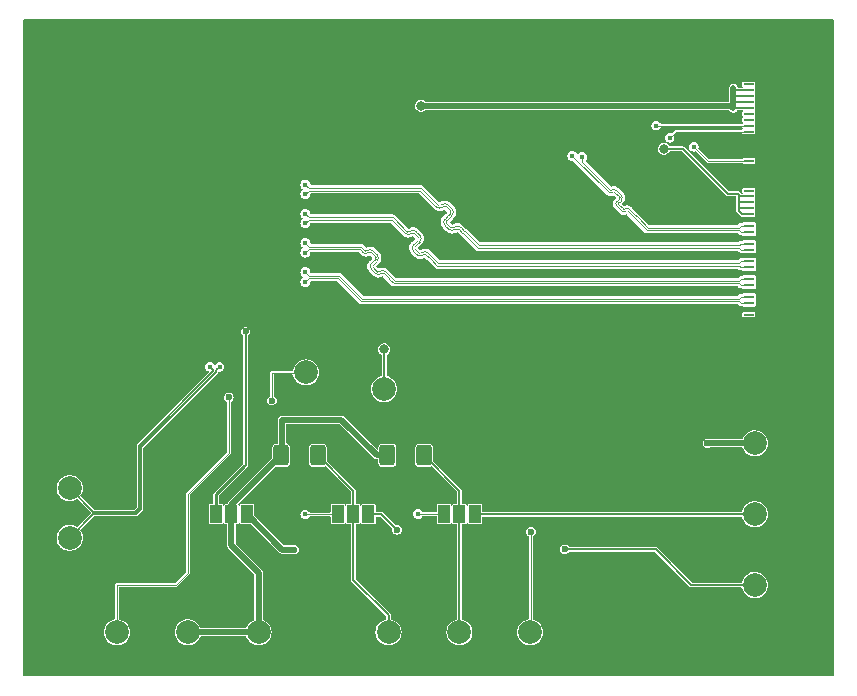
<source format=gtl>
G04 #@! TF.GenerationSoftware,KiCad,Pcbnew,8.0.1*
G04 #@! TF.CreationDate,2024-04-26T23:06:04-04:00*
G04 #@! TF.ProjectId,eDP adapter,65445020-6164-4617-9074-65722e6b6963,rev?*
G04 #@! TF.SameCoordinates,Original*
G04 #@! TF.FileFunction,Copper,L1,Top*
G04 #@! TF.FilePolarity,Positive*
%FSLAX46Y46*%
G04 Gerber Fmt 4.6, Leading zero omitted, Abs format (unit mm)*
G04 Created by KiCad (PCBNEW 8.0.1) date 2024-04-26 23:06:04*
%MOMM*%
%LPD*%
G01*
G04 APERTURE LIST*
G04 Aperture macros list*
%AMRoundRect*
0 Rectangle with rounded corners*
0 $1 Rounding radius*
0 $2 $3 $4 $5 $6 $7 $8 $9 X,Y pos of 4 corners*
0 Add a 4 corners polygon primitive as box body*
4,1,4,$2,$3,$4,$5,$6,$7,$8,$9,$2,$3,0*
0 Add four circle primitives for the rounded corners*
1,1,$1+$1,$2,$3*
1,1,$1+$1,$4,$5*
1,1,$1+$1,$6,$7*
1,1,$1+$1,$8,$9*
0 Add four rect primitives between the rounded corners*
20,1,$1+$1,$2,$3,$4,$5,0*
20,1,$1+$1,$4,$5,$6,$7,0*
20,1,$1+$1,$6,$7,$8,$9,0*
20,1,$1+$1,$8,$9,$2,$3,0*%
G04 Aperture macros list end*
G04 #@! TA.AperFunction,SMDPad,CuDef*
%ADD10C,2.000000*%
G04 #@! TD*
G04 #@! TA.AperFunction,SMDPad,CuDef*
%ADD11R,1.000000X1.500000*%
G04 #@! TD*
G04 #@! TA.AperFunction,SMDPad,CuDef*
%ADD12R,0.900000X0.250000*%
G04 #@! TD*
G04 #@! TA.AperFunction,SMDPad,CuDef*
%ADD13R,0.900000X0.550000*%
G04 #@! TD*
G04 #@! TA.AperFunction,SMDPad,CuDef*
%ADD14R,1.900000X1.400000*%
G04 #@! TD*
G04 #@! TA.AperFunction,SMDPad,CuDef*
%ADD15RoundRect,0.250000X0.400000X0.625000X-0.400000X0.625000X-0.400000X-0.625000X0.400000X-0.625000X0*%
G04 #@! TD*
G04 #@! TA.AperFunction,ViaPad*
%ADD16C,0.600000*%
G04 #@! TD*
G04 #@! TA.AperFunction,ViaPad*
%ADD17C,0.450000*%
G04 #@! TD*
G04 #@! TA.AperFunction,ViaPad*
%ADD18C,0.800000*%
G04 #@! TD*
G04 #@! TA.AperFunction,Conductor*
%ADD19C,0.106172*%
G04 #@! TD*
G04 #@! TA.AperFunction,Conductor*
%ADD20C,0.500000*%
G04 #@! TD*
G04 #@! TA.AperFunction,Conductor*
%ADD21C,0.200000*%
G04 #@! TD*
G04 #@! TA.AperFunction,Conductor*
%ADD22C,0.100000*%
G04 #@! TD*
G04 #@! TA.AperFunction,Conductor*
%ADD23C,0.250000*%
G04 #@! TD*
G04 #@! TA.AperFunction,Conductor*
%ADD24C,0.127762*%
G04 #@! TD*
G04 APERTURE END LIST*
D10*
X93000000Y-116000000D03*
D11*
X95700000Y-128000000D03*
X97000000Y-128000000D03*
X98300000Y-128000000D03*
D10*
X131000000Y-122000000D03*
X94000000Y-138000000D03*
D11*
X107300000Y-128000000D03*
X106000000Y-128000000D03*
X104700000Y-128000000D03*
D12*
X130500000Y-111100000D03*
X130500000Y-110600000D03*
X130500000Y-110100000D03*
X130500000Y-109600000D03*
X130500000Y-109100000D03*
X130500000Y-108600000D03*
X130500000Y-108100000D03*
X130500000Y-107600000D03*
X130500000Y-107100000D03*
X130500000Y-106600000D03*
X130500000Y-106100000D03*
X130500000Y-105600000D03*
X130500000Y-105100000D03*
X130500000Y-104600000D03*
X130500000Y-104100000D03*
X130500000Y-103600000D03*
X130500000Y-103100000D03*
X130500000Y-102600000D03*
X130500000Y-102100000D03*
X130500000Y-101600000D03*
X130500000Y-101100000D03*
X130500000Y-100600000D03*
X130500000Y-100100000D03*
X130500000Y-99600000D03*
X130500000Y-99100000D03*
X130500000Y-98600000D03*
X130500000Y-98100000D03*
X130500000Y-97600000D03*
X130500000Y-97100000D03*
X130500000Y-96600000D03*
X130500000Y-96100000D03*
X130500000Y-95600000D03*
X130500000Y-95100000D03*
X130500000Y-94600000D03*
X130500000Y-94100000D03*
X130500000Y-93600000D03*
X130500000Y-93100000D03*
X130500000Y-92600000D03*
X130500000Y-92100000D03*
X130500000Y-91600000D03*
D13*
X130500000Y-112000000D03*
D14*
X127680000Y-114200000D03*
X133320000Y-114200000D03*
D13*
X130500000Y-90700000D03*
D14*
X127680000Y-88500000D03*
X133320000Y-88500000D03*
D10*
X77000000Y-138000000D03*
X131000000Y-134000000D03*
X131000000Y-128000000D03*
X83000000Y-138000000D03*
D11*
X85400000Y-128000000D03*
X86700000Y-128000000D03*
X88000000Y-128000000D03*
D10*
X73000000Y-125800000D03*
X89000000Y-138000000D03*
X99630000Y-117400000D03*
X100000000Y-138000000D03*
D15*
X94000000Y-123000000D03*
X90900000Y-123000000D03*
D10*
X118000000Y-138000000D03*
X112000000Y-138000000D03*
D15*
X103000000Y-123000000D03*
X99900000Y-123000000D03*
D10*
X106000000Y-138000000D03*
X73000000Y-130000000D03*
D16*
X69824600Y-104292400D03*
X115214400Y-89839800D03*
X103581200Y-103733600D03*
D17*
X102768400Y-109143800D03*
D16*
X115366800Y-99695000D03*
X118516400Y-117348000D03*
X109397800Y-113512600D03*
X95885000Y-109524800D03*
X79578200Y-114706400D03*
X109194600Y-100050600D03*
X113944400Y-123469400D03*
X134848600Y-119024400D03*
X73787000Y-89128600D03*
X88468200Y-89865200D03*
X103759000Y-89865200D03*
X125196600Y-90881200D03*
X125984000Y-130403600D03*
X108559600Y-134620000D03*
X94564200Y-134721600D03*
X108661200Y-140970000D03*
X96647000Y-140614400D03*
X102997000Y-138201400D03*
X102514400Y-129438400D03*
X97409000Y-123825000D03*
X116128800Y-129336800D03*
X134340600Y-130886200D03*
X77647800Y-112649000D03*
X78460600Y-116763800D03*
X74244200Y-117551200D03*
X89179400Y-120802400D03*
X99644200Y-131445000D03*
X92811600Y-126365000D03*
X84912200Y-133146800D03*
X72339200Y-138557000D03*
X74853800Y-123215400D03*
X74955400Y-133299200D03*
X71145400Y-123596400D03*
X70358000Y-128397000D03*
X70561200Y-132664200D03*
X77571600Y-129819400D03*
X75895200Y-125984000D03*
X80746600Y-124866400D03*
X77698600Y-120878600D03*
X82651600Y-120853200D03*
X82067400Y-117449600D03*
D17*
X83972400Y-112699800D03*
X85750400Y-113919000D03*
X82600800Y-115341400D03*
D16*
X70815200Y-118160800D03*
X106654600Y-120650000D03*
X125425200Y-118719600D03*
X120421400Y-124155200D03*
X134543800Y-139014200D03*
X124739400Y-137972800D03*
X104749600Y-113030000D03*
X100609400Y-112826800D03*
X124841000Y-111709200D03*
X120218200Y-111760000D03*
X116387620Y-111544960D03*
X112039400Y-111556800D03*
X124536200Y-99161600D03*
X127228600Y-102285800D03*
X122428000Y-101447600D03*
X109372400Y-96545400D03*
X101600000Y-96570800D03*
X94716600Y-96494600D03*
X88163400Y-96824800D03*
X81127600Y-96977200D03*
D17*
X126314200Y-106095800D03*
X126263400Y-107594400D03*
X126238000Y-109169200D03*
X121615200Y-106146600D03*
X121031000Y-107518200D03*
X120243600Y-109143800D03*
X115951000Y-106121200D03*
X114579400Y-107569000D03*
X112953800Y-109143800D03*
X105994200Y-109143800D03*
X107340400Y-107645200D03*
X109067600Y-106146600D03*
D16*
X98145600Y-108280200D03*
X95453200Y-106730800D03*
X96520000Y-104089200D03*
X99872800Y-105130600D03*
X101320600Y-107061000D03*
X105511600Y-105537000D03*
X101092000Y-102108000D03*
X96672400Y-101701600D03*
X89865200Y-109245400D03*
X85115400Y-109245400D03*
X83642200Y-106273600D03*
X89966800Y-106781600D03*
X89103200Y-101523800D03*
X88773000Y-104317800D03*
X83794600Y-102641400D03*
D17*
X78765400Y-99085400D03*
X84210000Y-100320000D03*
X80467200Y-106248200D03*
X79171800Y-102844600D03*
X80120000Y-101520000D03*
X80090000Y-100320000D03*
X82067400Y-99110800D03*
X88011000Y-99136200D03*
D16*
X112776000Y-100101400D03*
X125831600Y-104648000D03*
X119049800Y-104063800D03*
X105181400Y-100152200D03*
X98272600Y-99441000D03*
X109042200Y-103505000D03*
D17*
X116380260Y-97779840D03*
X115570000Y-97656700D03*
X92961460Y-100892560D03*
X92961460Y-105045360D03*
X71580000Y-107510000D03*
X71580000Y-105110000D03*
X71580000Y-112415000D03*
D16*
X92961460Y-106683560D03*
D17*
X72855000Y-114095000D03*
X76445000Y-97910000D03*
X76445000Y-100310000D03*
X76445000Y-101510000D03*
D16*
X131719200Y-107600000D03*
D17*
X71580000Y-97910000D03*
D16*
X129440000Y-90680000D03*
X86528200Y-115520000D03*
D17*
X71580000Y-95405000D03*
D16*
X131719200Y-110600000D03*
D17*
X76445000Y-112350000D03*
D16*
X129400000Y-96850000D03*
D17*
X71580000Y-100310000D03*
X71580000Y-102710000D03*
D16*
X131719200Y-109100000D03*
D17*
X71580000Y-109910000D03*
X76445000Y-105110000D03*
X72855000Y-93725000D03*
X76445000Y-96710000D03*
X76445000Y-107510000D03*
D16*
X127740000Y-115580000D03*
X129070000Y-112050000D03*
X134960000Y-114220000D03*
D17*
X71580000Y-103910000D03*
D16*
X134930000Y-88550000D03*
D17*
X71580000Y-106310000D03*
D16*
X92961460Y-101730760D03*
D17*
X75210000Y-114045000D03*
D16*
X92961460Y-109159960D03*
X129430000Y-99320000D03*
X131719200Y-103100000D03*
D17*
X71580000Y-111110000D03*
D16*
X131719200Y-106100000D03*
D17*
X76445000Y-108670000D03*
X76230000Y-94130000D03*
D16*
X116067840Y-97022920D03*
X127630000Y-87160000D03*
D17*
X76445000Y-99110000D03*
D16*
X131719200Y-104600000D03*
D17*
X76450000Y-109930000D03*
D16*
X84051800Y-115520000D03*
D17*
X76445000Y-102710000D03*
X71580000Y-101510000D03*
X71580000Y-96710000D03*
X71580000Y-99110000D03*
X76445000Y-95470000D03*
X76445000Y-103910000D03*
X71580000Y-108710000D03*
X76445000Y-111110000D03*
D16*
X92964000Y-99254360D03*
D17*
X76445000Y-106310000D03*
D16*
X92961460Y-104207160D03*
D17*
X92964000Y-100092560D03*
D18*
X102760000Y-93430000D03*
D16*
X112060000Y-129480000D03*
D18*
X123320000Y-97070000D03*
D16*
X87890000Y-112530000D03*
D17*
X122670000Y-95100000D03*
X84890000Y-115520000D03*
X92961460Y-105845360D03*
D18*
X99630000Y-114040000D03*
D17*
X92961460Y-102568960D03*
X92961460Y-103368960D03*
X125840000Y-96890000D03*
D16*
X90130000Y-118380000D03*
X86470000Y-118110000D03*
D17*
X123797060Y-96123760D03*
X102500000Y-127980000D03*
X92961460Y-107521760D03*
X92961460Y-108321760D03*
X92940000Y-128020000D03*
X85690000Y-115520000D03*
D16*
X114930000Y-130970000D03*
X100720000Y-129330000D03*
X127000000Y-122000000D03*
X92000000Y-131000000D03*
D19*
X130500000Y-105600000D02*
X129824999Y-105600000D01*
X129678885Y-105453886D02*
X107537088Y-105453886D01*
X129824999Y-105100000D02*
X129678885Y-105246114D01*
X129824999Y-105600000D02*
X129678885Y-105453886D01*
X130500000Y-105100000D02*
X129824999Y-105100000D01*
X129678885Y-105246114D02*
X107623152Y-105246114D01*
X107623152Y-105246114D02*
X106442309Y-104065271D01*
X106295391Y-104212189D02*
X107537088Y-105453886D01*
X120385846Y-102178712D02*
X120821505Y-102614371D01*
X119707023Y-101403642D02*
X119658900Y-101451766D01*
X116380260Y-98173126D02*
X118785037Y-100577903D01*
X129678885Y-103746114D02*
X129824999Y-103600000D01*
X119271366Y-100577904D02*
X119707024Y-101013562D01*
X121953248Y-103746114D02*
X129678885Y-103746114D01*
X119463860Y-101743054D02*
X119899518Y-102178712D01*
X121085817Y-102878683D02*
X121953248Y-103746114D01*
X119658900Y-101451766D02*
X119463860Y-101646807D01*
X118785037Y-100577903D02*
X118785036Y-100577902D01*
X116380260Y-97779840D02*
X116380260Y-98173126D01*
X120821505Y-102614371D02*
X121085817Y-102878683D01*
X129824999Y-103600000D02*
X130500000Y-103600000D01*
X118881285Y-100577904D02*
G75*
G02*
X119271341Y-100577929I195015J-194996D01*
G01*
X119463860Y-101646807D02*
G75*
G03*
X119463891Y-101743023I48140J-48093D01*
G01*
X119995765Y-102178712D02*
G75*
G02*
X120385846Y-102178712I195041J-195042D01*
G01*
X119707024Y-101013562D02*
G75*
G02*
X119707021Y-101403640I-195024J-195038D01*
G01*
X119899518Y-102178712D02*
G75*
G03*
X119995765Y-102178712I48124J48125D01*
G01*
X118785036Y-100577902D02*
G75*
G03*
X118881323Y-100577942I48164J48102D01*
G01*
X120674588Y-102761288D02*
X120938900Y-103025600D01*
X118638120Y-100724820D02*
X118638119Y-100724819D01*
X129678885Y-103953886D02*
X129824999Y-104100000D01*
X119560106Y-101256725D02*
X119511983Y-101304849D01*
X115570000Y-97656700D02*
X118638120Y-100724820D01*
X129824999Y-104100000D02*
X130500000Y-104100000D01*
X120238929Y-102325629D02*
X120674588Y-102761288D01*
X121867186Y-103953886D02*
X129678885Y-103953886D01*
X119316943Y-101889971D02*
X119752601Y-102325629D01*
X120938900Y-103025600D02*
X121867186Y-103953886D01*
X119511983Y-101304849D02*
X119316943Y-101499890D01*
X119124449Y-100724821D02*
X119560107Y-101160479D01*
X119028202Y-100724821D02*
G75*
G02*
X119124424Y-100724846I48098J-48079D01*
G01*
X118638119Y-100724819D02*
G75*
G03*
X119028240Y-100724859I195081J195019D01*
G01*
X119752601Y-102325629D02*
G75*
G03*
X120142682Y-102325629I195041J195042D01*
G01*
X120142682Y-102325629D02*
G75*
G02*
X120238929Y-102325629I48124J-48125D01*
G01*
X119560107Y-101160479D02*
G75*
G02*
X119560104Y-101256723I-48107J-48121D01*
G01*
X119316943Y-101499890D02*
G75*
G03*
X119316974Y-101889940I195057J-195010D01*
G01*
X102678378Y-100595176D02*
X104052625Y-101969423D01*
X104052625Y-101969423D02*
X104052624Y-101969421D01*
X104788015Y-103558836D02*
X105096394Y-103867215D01*
X106258797Y-104175594D02*
X106295391Y-104212189D01*
X92961460Y-100892560D02*
X93258844Y-100595176D01*
X105074979Y-102697943D02*
X104788015Y-102984907D01*
X104906648Y-101969422D02*
X105215027Y-102277801D01*
X93258844Y-100595176D02*
X102678378Y-100595176D01*
X105950417Y-103867215D02*
X106258797Y-104175594D01*
X105215028Y-102557897D02*
X105074979Y-102697943D01*
X105670323Y-103867215D02*
G75*
G02*
X105950417Y-103867215I140047J-140048D01*
G01*
X105096394Y-103867215D02*
G75*
G03*
X105670323Y-103867215I286965J286967D01*
G01*
X105215027Y-102277801D02*
G75*
G02*
X105214978Y-102557847I-140027J-139999D01*
G01*
X104626554Y-101969422D02*
G75*
G02*
X104906648Y-101969422I140047J-140048D01*
G01*
X104052624Y-101969421D02*
G75*
G03*
X104626564Y-101969432I286976J286921D01*
G01*
X104788016Y-102984908D02*
G75*
G03*
X104787987Y-103558864I286984J-286992D01*
G01*
X97979029Y-105688331D02*
X97979027Y-105688330D01*
X92961460Y-105045360D02*
X93257574Y-105341474D01*
X97632172Y-105341474D02*
X97979029Y-105688331D01*
X98686133Y-107108039D02*
X99036938Y-107458844D01*
X98937742Y-106647046D02*
X98686133Y-106898655D01*
X129824999Y-108100000D02*
X130500000Y-108100000D01*
X99042436Y-106542355D02*
X98937742Y-106647046D01*
X100310749Y-108020051D02*
X100536812Y-108246114D01*
X100536812Y-108246114D02*
X129678885Y-108246114D01*
X99749540Y-107458844D02*
X100100347Y-107809650D01*
X129678885Y-108246114D02*
X129824999Y-108100000D01*
X100100347Y-107809650D02*
X100310749Y-108020051D01*
X93257574Y-105341474D02*
X97632172Y-105341474D01*
X98691631Y-105688332D02*
X99042436Y-106039137D01*
X99042436Y-106039137D02*
G75*
G02*
X99042390Y-106542309I-251636J-251563D01*
G01*
X98686134Y-106898656D02*
G75*
G03*
X98686181Y-107107991I104666J-104644D01*
G01*
X98188413Y-105688332D02*
G75*
G02*
X98691631Y-105688332I251609J-251605D01*
G01*
X97979027Y-105688330D02*
G75*
G03*
X98188392Y-105688311I104673J104730D01*
G01*
X99246323Y-107458845D02*
G75*
G02*
X99749539Y-107458845I251608J-251608D01*
G01*
X99036938Y-107458844D02*
G75*
G03*
X99246322Y-107458844I104692J104691D01*
G01*
X92964000Y-100092560D02*
X93258844Y-100387404D01*
X102764442Y-100387404D02*
X104199543Y-101822505D01*
X104199543Y-101822505D02*
X104199541Y-101822504D01*
X105361945Y-102704814D02*
X105221896Y-102844860D01*
X105053565Y-101822505D02*
X105361944Y-102130884D01*
X104934932Y-103411919D02*
X105243311Y-103720298D01*
X106097334Y-103720298D02*
X106405714Y-104028677D01*
X105221896Y-102844860D02*
X104934932Y-103131824D01*
X106405714Y-104028677D02*
X106442309Y-104065271D01*
X93258844Y-100387404D02*
X102764442Y-100387404D01*
X104199541Y-101822504D02*
G75*
G03*
X104479647Y-101822515I140059J140004D01*
G01*
X105361944Y-102130884D02*
G75*
G02*
X105361895Y-102704764I-286944J-286916D01*
G01*
X105243311Y-103720298D02*
G75*
G03*
X105523406Y-103720298I140048J140049D01*
G01*
X104479637Y-101822505D02*
G75*
G02*
X105053565Y-101822505I286964J-286965D01*
G01*
X104934933Y-103131825D02*
G75*
G03*
X104934904Y-103411947I140067J-140075D01*
G01*
X105523406Y-103720298D02*
G75*
G02*
X106097334Y-103720298I286964J-286965D01*
G01*
D20*
X129200000Y-93640000D02*
X129200000Y-93200000D01*
X129200000Y-93640000D02*
X128990000Y-93430000D01*
X129200000Y-93200000D02*
X129200000Y-92670000D01*
D21*
X129240000Y-93600000D02*
X130500000Y-93600000D01*
X129270000Y-92600000D02*
X129200000Y-92670000D01*
X129420000Y-92100000D02*
X130500000Y-92100000D01*
X129200000Y-93640000D02*
X129240000Y-93600000D01*
X130500000Y-93100000D02*
X129300000Y-93100000D01*
X130500000Y-92600000D02*
X129270000Y-92600000D01*
X129210000Y-91890000D02*
X129420000Y-92100000D01*
D20*
X129200000Y-92670000D02*
X129200000Y-91900000D01*
X128990000Y-93430000D02*
X102760000Y-93430000D01*
D21*
X129300000Y-93100000D02*
X129200000Y-93200000D01*
D22*
X112060000Y-137940000D02*
X112000000Y-138000000D01*
X112060000Y-129480000D02*
X112060000Y-137940000D01*
D21*
X123320000Y-97070000D02*
X124910000Y-97070000D01*
X87890000Y-112530000D02*
X87890000Y-123810000D01*
X129680000Y-101100000D02*
X129660000Y-101080000D01*
X124910000Y-97070000D02*
X128720000Y-100880000D01*
X129730000Y-101600000D02*
X129660000Y-101530000D01*
X128720000Y-100880000D02*
X129660000Y-100880000D01*
X129660000Y-101080000D02*
X129660000Y-101530000D01*
X129660000Y-100880000D02*
X129660000Y-101080000D01*
X129660000Y-101530000D02*
X129660000Y-102070000D01*
D23*
X85400000Y-128000000D02*
X85400000Y-126300000D01*
D21*
X129660000Y-102320000D02*
X129940000Y-102600000D01*
X130500000Y-101100000D02*
X129680000Y-101100000D01*
X130500000Y-101600000D02*
X129730000Y-101600000D01*
X129690000Y-102100000D02*
X129660000Y-102070000D01*
X87890000Y-123810000D02*
X87780000Y-123920000D01*
X129940000Y-102600000D02*
X130500000Y-102600000D01*
X130500000Y-102100000D02*
X129690000Y-102100000D01*
X129660000Y-102070000D02*
X129660000Y-102320000D01*
D23*
X85400000Y-126300000D02*
X87780000Y-123920000D01*
D22*
X122670000Y-95100000D02*
X130500000Y-95100000D01*
D24*
X85175319Y-115862497D02*
X78845319Y-122192497D01*
X78845319Y-127452497D02*
X78512497Y-127785319D01*
X84890000Y-115520000D02*
X85175319Y-115805319D01*
X78512497Y-127785319D02*
X74985319Y-127785319D01*
X78845319Y-122192497D02*
X78845319Y-127452497D01*
X85175319Y-115805319D02*
X85175319Y-115862497D01*
X74985319Y-127785319D02*
X73000000Y-125800000D01*
D19*
X129678885Y-108453886D02*
X129824999Y-108600000D01*
X97546108Y-105549246D02*
X97832111Y-105835249D01*
X99602623Y-107605761D02*
X99953430Y-107956567D01*
X98544714Y-105835249D02*
X98895519Y-106186054D01*
X99953430Y-107956567D02*
X100163831Y-108166969D01*
X98895519Y-106395438D02*
X98790825Y-106500129D01*
X93257574Y-105549246D02*
X97546108Y-105549246D01*
X129824999Y-108600000D02*
X130500000Y-108600000D01*
X100163831Y-108166969D02*
X100450748Y-108453886D01*
X92961460Y-105845360D02*
X93257574Y-105549246D01*
X97832111Y-105835249D02*
X97832110Y-105835247D01*
X98539216Y-107254956D02*
X98890021Y-107605761D01*
X98790825Y-106500129D02*
X98539216Y-106751738D01*
X100450748Y-108453886D02*
X129678885Y-108453886D01*
X98890022Y-107605760D02*
G75*
G03*
X99393238Y-107605760I251608J251608D01*
G01*
X97832110Y-105835247D02*
G75*
G03*
X98335309Y-105835228I251590J251647D01*
G01*
X98895519Y-106186054D02*
G75*
G02*
X98895473Y-106395392I-104719J-104646D01*
G01*
X98539217Y-106751739D02*
G75*
G03*
X98539264Y-107254908I251583J-251561D01*
G01*
X99393239Y-107605761D02*
G75*
G02*
X99602623Y-107605761I104692J-104691D01*
G01*
X98335330Y-105835249D02*
G75*
G02*
X98544714Y-105835249I104692J-104688D01*
G01*
D21*
X99630000Y-114040000D02*
X99630000Y-117400000D01*
D19*
X102327635Y-104069485D02*
X102643085Y-104384935D01*
X103350190Y-105875354D02*
X103665641Y-106190804D01*
X102643086Y-104923509D02*
X102520715Y-105045877D01*
X93257574Y-102865074D02*
X100339912Y-102865074D01*
X103757529Y-106282691D02*
X104220952Y-106746114D01*
X104220952Y-106746114D02*
X129678885Y-106746114D01*
X101544323Y-104069485D02*
X101544321Y-104069484D01*
X102520715Y-105045877D02*
X102251428Y-105315164D01*
X100339912Y-102865074D02*
X101544323Y-104069485D01*
X103665641Y-106190804D02*
X103757529Y-106282691D01*
X102251428Y-105559904D02*
X102566878Y-105875354D01*
X129678885Y-106746114D02*
X129824999Y-106600000D01*
X129824999Y-106600000D02*
X130500000Y-106600000D01*
X92961460Y-102568960D02*
X93257574Y-102865074D01*
X102643085Y-104384935D02*
G75*
G02*
X102643063Y-104923486I-269285J-269265D01*
G01*
X102566878Y-105875354D02*
G75*
G03*
X102811616Y-105875353I122369J122370D01*
G01*
X102811617Y-105875354D02*
G75*
G02*
X103350190Y-105875354I269287J-269287D01*
G01*
X102251428Y-105315164D02*
G75*
G03*
X102251462Y-105559870I122372J-122336D01*
G01*
X101789063Y-104069486D02*
G75*
G02*
X102327585Y-104069535I269237J-269314D01*
G01*
X101544321Y-104069484D02*
G75*
G03*
X101789070Y-104069493I122379J122384D01*
G01*
X103610611Y-106429609D02*
X104134888Y-106953886D01*
X102496169Y-104776592D02*
X102373798Y-104898960D01*
X92961460Y-103368960D02*
X93257574Y-103072846D01*
X129678885Y-106953886D02*
X129824999Y-107100000D01*
X102104511Y-105706821D02*
X102419961Y-106022271D01*
X103518724Y-106337721D02*
X103610611Y-106429609D01*
X103203273Y-106022271D02*
X103518724Y-106337721D01*
X102373798Y-104898960D02*
X102104511Y-105168247D01*
X100253848Y-103072846D02*
X101397405Y-104216403D01*
X101397405Y-104216403D02*
X101397404Y-104216401D01*
X129824999Y-107100000D02*
X130500000Y-107100000D01*
X102180718Y-104216402D02*
X102496168Y-104531852D01*
X93257574Y-103072846D02*
X100253848Y-103072846D01*
X104134888Y-106953886D02*
X129678885Y-106953886D01*
X102496168Y-104531852D02*
G75*
G02*
X102496146Y-104776569I-122368J-122348D01*
G01*
X102104511Y-105168247D02*
G75*
G03*
X102104545Y-105706787I269289J-269253D01*
G01*
X101935980Y-104216403D02*
G75*
G02*
X102180668Y-104216452I122320J-122397D01*
G01*
X101397404Y-104216401D02*
G75*
G03*
X101935987Y-104216410I269296J269301D01*
G01*
X102958534Y-106022271D02*
G75*
G02*
X103203273Y-106022271I122370J-122370D01*
G01*
X102419961Y-106022271D02*
G75*
G03*
X102958534Y-106022271I269287J269287D01*
G01*
D22*
X127050000Y-98100000D02*
X125840000Y-96890000D01*
X130500000Y-98100000D02*
X127050000Y-98100000D01*
X90130000Y-118380000D02*
X90130000Y-116010000D01*
X90130000Y-116010000D02*
X92990000Y-116010000D01*
X92990000Y-116010000D02*
X93000000Y-116000000D01*
X86470000Y-118110000D02*
X86470000Y-122810000D01*
X83000000Y-126280000D02*
X83000000Y-133000000D01*
X77000000Y-134000000D02*
X77000000Y-138000000D01*
X86470000Y-122810000D02*
X83000000Y-126280000D01*
X82000000Y-134000000D02*
X77000000Y-134000000D01*
X83000000Y-133000000D02*
X82000000Y-134000000D01*
X124320820Y-95600000D02*
X130500000Y-95600000D01*
X123797060Y-96123760D02*
X124320820Y-95600000D01*
X102500000Y-127980000D02*
X104680000Y-127980000D01*
X104680000Y-127980000D02*
X104700000Y-128000000D01*
D19*
X97751832Y-109746114D02*
X95823592Y-107817874D01*
X130500000Y-109600000D02*
X129824999Y-109600000D01*
X95823592Y-107817874D02*
X93257574Y-107817874D01*
X129678885Y-109746114D02*
X97751832Y-109746114D01*
X129824999Y-109600000D02*
X129678885Y-109746114D01*
X93257574Y-107817874D02*
X92961460Y-107521760D01*
X130500000Y-110100000D02*
X129824999Y-110100000D01*
X129678885Y-109953886D02*
X97665768Y-109953886D01*
X129824999Y-110100000D02*
X129678885Y-109953886D01*
X95737528Y-108025646D02*
X93257574Y-108025646D01*
X97665768Y-109953886D02*
X95737528Y-108025646D01*
X93257574Y-108025646D02*
X92961460Y-108321760D01*
D22*
X95680000Y-128020000D02*
X95700000Y-128000000D01*
X92940000Y-128020000D02*
X95680000Y-128020000D01*
D24*
X85404681Y-115805319D02*
X85404681Y-115957503D01*
X78607503Y-128014681D02*
X74985319Y-128014681D01*
X79074681Y-127547503D02*
X78607503Y-128014681D01*
X85690000Y-115520000D02*
X85404681Y-115805319D01*
X74985319Y-128014681D02*
X73000000Y-130000000D01*
X79074681Y-122287503D02*
X79074681Y-127547503D01*
X85404681Y-115957503D02*
X79074681Y-122287503D01*
D21*
X106000000Y-128000000D02*
X106000000Y-126000000D01*
X106000000Y-126000000D02*
X103000000Y-123000000D01*
X106000000Y-128000000D02*
X106000000Y-138000000D01*
X131000000Y-128000000D02*
X107300000Y-128000000D01*
X100720000Y-129330000D02*
X99390000Y-128000000D01*
X131000000Y-134000000D02*
X125640000Y-134000000D01*
X122610000Y-130970000D02*
X114930000Y-130970000D01*
X125640000Y-134000000D02*
X122610000Y-130970000D01*
X99390000Y-128000000D02*
X98300000Y-128000000D01*
X97000000Y-126000000D02*
X97000000Y-128000000D01*
X100000000Y-138000000D02*
X100000000Y-136540000D01*
X97000000Y-133540000D02*
X97000000Y-128000000D01*
X100000000Y-136540000D02*
X97000000Y-133540000D01*
X94000000Y-123000000D02*
X97000000Y-126000000D01*
D20*
X91000000Y-131000000D02*
X88000000Y-128000000D01*
X92000000Y-131000000D02*
X91000000Y-131000000D01*
X131000000Y-122000000D02*
X127000000Y-122000000D01*
X86700000Y-127200000D02*
X90900000Y-123000000D01*
X86700000Y-128000000D02*
X86700000Y-127200000D01*
X96000000Y-120000000D02*
X91000000Y-120000000D01*
X89000000Y-132940000D02*
X89000000Y-138000000D01*
X91000000Y-122900000D02*
X90900000Y-123000000D01*
X86700000Y-128000000D02*
X86700000Y-130640000D01*
X89000000Y-138000000D02*
X83000000Y-138000000D01*
X99900000Y-123000000D02*
X99000000Y-123000000D01*
X91000000Y-120000000D02*
X91000000Y-122900000D01*
X86700000Y-130640000D02*
X89000000Y-132940000D01*
X99000000Y-123000000D02*
X96000000Y-120000000D01*
G04 #@! TA.AperFunction,Conductor*
G36*
X137660914Y-86113086D02*
G01*
X137675500Y-86148300D01*
X137675500Y-141689700D01*
X137660914Y-141724914D01*
X137625700Y-141739500D01*
X69130300Y-141739500D01*
X69095086Y-141724914D01*
X69080500Y-141689700D01*
X69080500Y-138000000D01*
X75893178Y-138000000D01*
X75912024Y-138203381D01*
X75967918Y-138399827D01*
X76058960Y-138582667D01*
X76058962Y-138582670D01*
X76182044Y-138745656D01*
X76182049Y-138745662D01*
X76332991Y-138883263D01*
X76506647Y-138990786D01*
X76697104Y-139064570D01*
X76897875Y-139102100D01*
X76897876Y-139102100D01*
X77102124Y-139102100D01*
X77102125Y-139102100D01*
X77302896Y-139064570D01*
X77493353Y-138990786D01*
X77667009Y-138883263D01*
X77817951Y-138745661D01*
X77941039Y-138582667D01*
X78032081Y-138399830D01*
X78087976Y-138203378D01*
X78106822Y-138000000D01*
X81893178Y-138000000D01*
X81912024Y-138203381D01*
X81967918Y-138399827D01*
X82058960Y-138582667D01*
X82058962Y-138582670D01*
X82182044Y-138745656D01*
X82182049Y-138745662D01*
X82332991Y-138883263D01*
X82506647Y-138990786D01*
X82697104Y-139064570D01*
X82897875Y-139102100D01*
X82897876Y-139102100D01*
X83102124Y-139102100D01*
X83102125Y-139102100D01*
X83302896Y-139064570D01*
X83493353Y-138990786D01*
X83667009Y-138883263D01*
X83817951Y-138745661D01*
X83941039Y-138582667D01*
X84032081Y-138399830D01*
X84035370Y-138388271D01*
X84059037Y-138358393D01*
X84083269Y-138352100D01*
X87916731Y-138352100D01*
X87951945Y-138366686D01*
X87964630Y-138388271D01*
X87967918Y-138399828D01*
X88058960Y-138582667D01*
X88058962Y-138582670D01*
X88182044Y-138745656D01*
X88182049Y-138745662D01*
X88332991Y-138883263D01*
X88506647Y-138990786D01*
X88697104Y-139064570D01*
X88897875Y-139102100D01*
X88897876Y-139102100D01*
X89102124Y-139102100D01*
X89102125Y-139102100D01*
X89302896Y-139064570D01*
X89493353Y-138990786D01*
X89667009Y-138883263D01*
X89817951Y-138745661D01*
X89941039Y-138582667D01*
X90032081Y-138399830D01*
X90087976Y-138203378D01*
X90106822Y-138000000D01*
X90087976Y-137796622D01*
X90032081Y-137600170D01*
X89941039Y-137417333D01*
X89941039Y-137417332D01*
X89941037Y-137417329D01*
X89817955Y-137254343D01*
X89817950Y-137254337D01*
X89667008Y-137116736D01*
X89493355Y-137009215D01*
X89493353Y-137009214D01*
X89461627Y-136996923D01*
X89383910Y-136966814D01*
X89356343Y-136940492D01*
X89352100Y-136920377D01*
X89352100Y-132893645D01*
X89352099Y-132893643D01*
X89328106Y-132804099D01*
X89328105Y-132804095D01*
X89281750Y-132723806D01*
X89216194Y-132658250D01*
X87066686Y-130508742D01*
X87052100Y-130473528D01*
X87052100Y-128901899D01*
X87066686Y-128866685D01*
X87101900Y-128852099D01*
X87210053Y-128852099D01*
X87210054Y-128852099D01*
X87210055Y-128852098D01*
X87210063Y-128852098D01*
X87239835Y-128846177D01*
X87239837Y-128846176D01*
X87273610Y-128823610D01*
X87296176Y-128789837D01*
X87301157Y-128764793D01*
X87322332Y-128733102D01*
X87359715Y-128725666D01*
X87391407Y-128746841D01*
X87398843Y-128764795D01*
X87403822Y-128789835D01*
X87403823Y-128789837D01*
X87426388Y-128823608D01*
X87426389Y-128823608D01*
X87426390Y-128823610D01*
X87460163Y-128846176D01*
X87489945Y-128852100D01*
X88333527Y-128852099D01*
X88368741Y-128866685D01*
X90783806Y-131281750D01*
X90864094Y-131328105D01*
X90953645Y-131352100D01*
X91788092Y-131352100D01*
X91810700Y-131357527D01*
X91873445Y-131389498D01*
X92000000Y-131409542D01*
X92126555Y-131389498D01*
X92240723Y-131331326D01*
X92331326Y-131240723D01*
X92389498Y-131126555D01*
X92409542Y-131000000D01*
X92389498Y-130873445D01*
X92331326Y-130759277D01*
X92240723Y-130668674D01*
X92240722Y-130668673D01*
X92240723Y-130668673D01*
X92126553Y-130610501D01*
X92000000Y-130590458D01*
X91873446Y-130610501D01*
X91873445Y-130610501D01*
X91810701Y-130642472D01*
X91788092Y-130647900D01*
X91166472Y-130647900D01*
X91131258Y-130633314D01*
X88616685Y-128118741D01*
X88602099Y-128083527D01*
X88602099Y-128020000D01*
X92530458Y-128020000D01*
X92550501Y-128146553D01*
X92550501Y-128146554D01*
X92597235Y-128238272D01*
X92608674Y-128260723D01*
X92699277Y-128351326D01*
X92813445Y-128409498D01*
X92940000Y-128429542D01*
X93066555Y-128409498D01*
X93180723Y-128351326D01*
X93271326Y-128260723D01*
X93302627Y-128199292D01*
X93331610Y-128174537D01*
X93346999Y-128172100D01*
X95048101Y-128172100D01*
X95083315Y-128186686D01*
X95097901Y-128221900D01*
X95097901Y-128760063D01*
X95103822Y-128789835D01*
X95103823Y-128789837D01*
X95126388Y-128823608D01*
X95126389Y-128823608D01*
X95126390Y-128823610D01*
X95160163Y-128846176D01*
X95189945Y-128852100D01*
X96210054Y-128852099D01*
X96210055Y-128852098D01*
X96210063Y-128852098D01*
X96239835Y-128846177D01*
X96239837Y-128846176D01*
X96273610Y-128823610D01*
X96296176Y-128789837D01*
X96301157Y-128764793D01*
X96322332Y-128733102D01*
X96359715Y-128725666D01*
X96391407Y-128746841D01*
X96398843Y-128764795D01*
X96403822Y-128789835D01*
X96403823Y-128789837D01*
X96426388Y-128823608D01*
X96426389Y-128823608D01*
X96426390Y-128823610D01*
X96460163Y-128846176D01*
X96489945Y-128852100D01*
X96748100Y-128852099D01*
X96783314Y-128866685D01*
X96797900Y-128901899D01*
X96797900Y-133580200D01*
X96828668Y-133654481D01*
X99783314Y-136609126D01*
X99797900Y-136644340D01*
X99797900Y-136875234D01*
X99783314Y-136910448D01*
X99757251Y-136924186D01*
X99697103Y-136935430D01*
X99506644Y-137009215D01*
X99332991Y-137116736D01*
X99182049Y-137254337D01*
X99182044Y-137254343D01*
X99058962Y-137417329D01*
X99058960Y-137417332D01*
X98967918Y-137600172D01*
X98912024Y-137796618D01*
X98893178Y-138000000D01*
X98912024Y-138203381D01*
X98967918Y-138399827D01*
X99058960Y-138582667D01*
X99058962Y-138582670D01*
X99182044Y-138745656D01*
X99182049Y-138745662D01*
X99332991Y-138883263D01*
X99506647Y-138990786D01*
X99697104Y-139064570D01*
X99897875Y-139102100D01*
X99897876Y-139102100D01*
X100102124Y-139102100D01*
X100102125Y-139102100D01*
X100302896Y-139064570D01*
X100493353Y-138990786D01*
X100667009Y-138883263D01*
X100817951Y-138745661D01*
X100941039Y-138582667D01*
X101032081Y-138399830D01*
X101087976Y-138203378D01*
X101106822Y-138000000D01*
X101087976Y-137796622D01*
X101032081Y-137600170D01*
X100941039Y-137417333D01*
X100941039Y-137417332D01*
X100941037Y-137417329D01*
X100817955Y-137254343D01*
X100817950Y-137254337D01*
X100667008Y-137116736D01*
X100493355Y-137009215D01*
X100493353Y-137009214D01*
X100302896Y-136935430D01*
X100242749Y-136924186D01*
X100210815Y-136903377D01*
X100202100Y-136875234D01*
X100202100Y-136499801D01*
X100202100Y-136499800D01*
X100171332Y-136425520D01*
X100114480Y-136368668D01*
X97216686Y-133470873D01*
X97202100Y-133435659D01*
X97202100Y-128901899D01*
X97216686Y-128866685D01*
X97251900Y-128852099D01*
X97510053Y-128852099D01*
X97510054Y-128852099D01*
X97510055Y-128852098D01*
X97510063Y-128852098D01*
X97539835Y-128846177D01*
X97539837Y-128846176D01*
X97573610Y-128823610D01*
X97596176Y-128789837D01*
X97601157Y-128764793D01*
X97622332Y-128733102D01*
X97659715Y-128725666D01*
X97691407Y-128746841D01*
X97698843Y-128764795D01*
X97703822Y-128789835D01*
X97703823Y-128789837D01*
X97726388Y-128823608D01*
X97726389Y-128823608D01*
X97726390Y-128823610D01*
X97760163Y-128846176D01*
X97789945Y-128852100D01*
X98810054Y-128852099D01*
X98810055Y-128852098D01*
X98810063Y-128852098D01*
X98839835Y-128846177D01*
X98839837Y-128846176D01*
X98873610Y-128823610D01*
X98896176Y-128789837D01*
X98902100Y-128760055D01*
X98902100Y-128251900D01*
X98916686Y-128216686D01*
X98951900Y-128202100D01*
X99285659Y-128202100D01*
X99320873Y-128216686D01*
X100309432Y-129205245D01*
X100324018Y-129240459D01*
X100323405Y-129248249D01*
X100310458Y-129329999D01*
X100330501Y-129456553D01*
X100330501Y-129456554D01*
X100342448Y-129480000D01*
X100388674Y-129570723D01*
X100479277Y-129661326D01*
X100593445Y-129719498D01*
X100720000Y-129739542D01*
X100846555Y-129719498D01*
X100960723Y-129661326D01*
X101051326Y-129570723D01*
X101109498Y-129456555D01*
X101129542Y-129330000D01*
X101109498Y-129203445D01*
X101051326Y-129089277D01*
X100960723Y-128998674D01*
X100960722Y-128998673D01*
X100960723Y-128998673D01*
X100846553Y-128940501D01*
X100743814Y-128924229D01*
X100720000Y-128920458D01*
X100719999Y-128920458D01*
X100638249Y-128933405D01*
X100601187Y-128924507D01*
X100595245Y-128919432D01*
X99655813Y-127980000D01*
X102090458Y-127980000D01*
X102110501Y-128106553D01*
X102110501Y-128106554D01*
X102159838Y-128203381D01*
X102168674Y-128220723D01*
X102259277Y-128311326D01*
X102373445Y-128369498D01*
X102500000Y-128389542D01*
X102626555Y-128369498D01*
X102740723Y-128311326D01*
X102831326Y-128220723D01*
X102862627Y-128159292D01*
X102891610Y-128134537D01*
X102906999Y-128132100D01*
X104048101Y-128132100D01*
X104083315Y-128146686D01*
X104097901Y-128181900D01*
X104097901Y-128760063D01*
X104103822Y-128789835D01*
X104103823Y-128789837D01*
X104126388Y-128823608D01*
X104126389Y-128823608D01*
X104126390Y-128823610D01*
X104160163Y-128846176D01*
X104189945Y-128852100D01*
X105210054Y-128852099D01*
X105210055Y-128852098D01*
X105210063Y-128852098D01*
X105239835Y-128846177D01*
X105239837Y-128846176D01*
X105273610Y-128823610D01*
X105296176Y-128789837D01*
X105301157Y-128764793D01*
X105322332Y-128733102D01*
X105359715Y-128725666D01*
X105391407Y-128746841D01*
X105398843Y-128764795D01*
X105403822Y-128789835D01*
X105403823Y-128789837D01*
X105426388Y-128823608D01*
X105426389Y-128823608D01*
X105426390Y-128823610D01*
X105460163Y-128846176D01*
X105489945Y-128852100D01*
X105748100Y-128852099D01*
X105783314Y-128866685D01*
X105797900Y-128901899D01*
X105797900Y-136875234D01*
X105783314Y-136910448D01*
X105757251Y-136924186D01*
X105697103Y-136935430D01*
X105506644Y-137009215D01*
X105332991Y-137116736D01*
X105182049Y-137254337D01*
X105182044Y-137254343D01*
X105058962Y-137417329D01*
X105058960Y-137417332D01*
X104967918Y-137600172D01*
X104912024Y-137796618D01*
X104893178Y-138000000D01*
X104912024Y-138203381D01*
X104967918Y-138399827D01*
X105058960Y-138582667D01*
X105058962Y-138582670D01*
X105182044Y-138745656D01*
X105182049Y-138745662D01*
X105332991Y-138883263D01*
X105506647Y-138990786D01*
X105697104Y-139064570D01*
X105897875Y-139102100D01*
X105897876Y-139102100D01*
X106102124Y-139102100D01*
X106102125Y-139102100D01*
X106302896Y-139064570D01*
X106493353Y-138990786D01*
X106667009Y-138883263D01*
X106817951Y-138745661D01*
X106941039Y-138582667D01*
X107032081Y-138399830D01*
X107087976Y-138203378D01*
X107106822Y-138000000D01*
X110893178Y-138000000D01*
X110912024Y-138203381D01*
X110967918Y-138399827D01*
X111058960Y-138582667D01*
X111058962Y-138582670D01*
X111182044Y-138745656D01*
X111182049Y-138745662D01*
X111332991Y-138883263D01*
X111506647Y-138990786D01*
X111697104Y-139064570D01*
X111897875Y-139102100D01*
X111897876Y-139102100D01*
X112102124Y-139102100D01*
X112102125Y-139102100D01*
X112302896Y-139064570D01*
X112493353Y-138990786D01*
X112667009Y-138883263D01*
X112817951Y-138745661D01*
X112941039Y-138582667D01*
X113032081Y-138399830D01*
X113087976Y-138203378D01*
X113106822Y-138000000D01*
X113087976Y-137796622D01*
X113032081Y-137600170D01*
X112941039Y-137417333D01*
X112941039Y-137417332D01*
X112941037Y-137417329D01*
X112817955Y-137254343D01*
X112817950Y-137254337D01*
X112667008Y-137116736D01*
X112493355Y-137009215D01*
X112493353Y-137009214D01*
X112383907Y-136966814D01*
X112302897Y-136935430D01*
X112252748Y-136926055D01*
X112220815Y-136905246D01*
X112212100Y-136877103D01*
X112212100Y-130970000D01*
X114520458Y-130970000D01*
X114540501Y-131096553D01*
X114540501Y-131096554D01*
X114592850Y-131199292D01*
X114598674Y-131210723D01*
X114689277Y-131301326D01*
X114803445Y-131359498D01*
X114930000Y-131379542D01*
X115056555Y-131359498D01*
X115170723Y-131301326D01*
X115261326Y-131210723D01*
X115267151Y-131199292D01*
X115296134Y-131174538D01*
X115311523Y-131172100D01*
X122505659Y-131172100D01*
X122540873Y-131186686D01*
X125525519Y-134171332D01*
X125599799Y-134202100D01*
X125599800Y-134202100D01*
X129874053Y-134202100D01*
X129909267Y-134216686D01*
X129921952Y-134238272D01*
X129967918Y-134399827D01*
X130058960Y-134582667D01*
X130058962Y-134582670D01*
X130182044Y-134745656D01*
X130182049Y-134745662D01*
X130332991Y-134883263D01*
X130506647Y-134990786D01*
X130697104Y-135064570D01*
X130897875Y-135102100D01*
X130897876Y-135102100D01*
X131102124Y-135102100D01*
X131102125Y-135102100D01*
X131302896Y-135064570D01*
X131493353Y-134990786D01*
X131667009Y-134883263D01*
X131817951Y-134745661D01*
X131941039Y-134582667D01*
X132032081Y-134399830D01*
X132087976Y-134203378D01*
X132106822Y-134000000D01*
X132087976Y-133796622D01*
X132032081Y-133600170D01*
X131960436Y-133456287D01*
X131941039Y-133417332D01*
X131941037Y-133417329D01*
X131817955Y-133254343D01*
X131817950Y-133254337D01*
X131667008Y-133116736D01*
X131493355Y-133009215D01*
X131493353Y-133009214D01*
X131391473Y-132969745D01*
X131302897Y-132935430D01*
X131200932Y-132916370D01*
X131102125Y-132897900D01*
X130897875Y-132897900D01*
X130830951Y-132910410D01*
X130697102Y-132935430D01*
X130506644Y-133009215D01*
X130332991Y-133116736D01*
X130182049Y-133254337D01*
X130182044Y-133254343D01*
X130058962Y-133417329D01*
X130058960Y-133417332D01*
X129967918Y-133600172D01*
X129921952Y-133761728D01*
X129898286Y-133791606D01*
X129874053Y-133797900D01*
X125744341Y-133797900D01*
X125709127Y-133783314D01*
X122724481Y-130798668D01*
X122650200Y-130767900D01*
X115311523Y-130767900D01*
X115276309Y-130753314D01*
X115267151Y-130740708D01*
X115261327Y-130729279D01*
X115261327Y-130729278D01*
X115170722Y-130638673D01*
X115170723Y-130638673D01*
X115056553Y-130580501D01*
X114930000Y-130560458D01*
X114803446Y-130580501D01*
X114803445Y-130580501D01*
X114689277Y-130638673D01*
X114598673Y-130729277D01*
X114540501Y-130843445D01*
X114540501Y-130843446D01*
X114520458Y-130970000D01*
X112212100Y-130970000D01*
X112212100Y-129886999D01*
X112226686Y-129851785D01*
X112239292Y-129842627D01*
X112250352Y-129836991D01*
X112300721Y-129811327D01*
X112300722Y-129811327D01*
X112315431Y-129796618D01*
X112391326Y-129720723D01*
X112449498Y-129606555D01*
X112469542Y-129480000D01*
X112449498Y-129353445D01*
X112391326Y-129239277D01*
X112300723Y-129148674D01*
X112300722Y-129148673D01*
X112300723Y-129148673D01*
X112186553Y-129090501D01*
X112060000Y-129070458D01*
X111933446Y-129090501D01*
X111933445Y-129090501D01*
X111819277Y-129148673D01*
X111728673Y-129239277D01*
X111670501Y-129353445D01*
X111670501Y-129353446D01*
X111650458Y-129480000D01*
X111670501Y-129606553D01*
X111670501Y-129606554D01*
X111728673Y-129720722D01*
X111819278Y-129811327D01*
X111880708Y-129842627D01*
X111905463Y-129871610D01*
X111907900Y-129886999D01*
X111907900Y-136854672D01*
X111893314Y-136889886D01*
X111867251Y-136903624D01*
X111697102Y-136935430D01*
X111506644Y-137009215D01*
X111332991Y-137116736D01*
X111182049Y-137254337D01*
X111182044Y-137254343D01*
X111058962Y-137417329D01*
X111058960Y-137417332D01*
X110967918Y-137600172D01*
X110912024Y-137796618D01*
X110893178Y-138000000D01*
X107106822Y-138000000D01*
X107087976Y-137796622D01*
X107032081Y-137600170D01*
X106941039Y-137417333D01*
X106941039Y-137417332D01*
X106941037Y-137417329D01*
X106817955Y-137254343D01*
X106817950Y-137254337D01*
X106667008Y-137116736D01*
X106493355Y-137009215D01*
X106493353Y-137009214D01*
X106302896Y-136935430D01*
X106242749Y-136924186D01*
X106210815Y-136903377D01*
X106202100Y-136875234D01*
X106202100Y-128901899D01*
X106216686Y-128866685D01*
X106251900Y-128852099D01*
X106510053Y-128852099D01*
X106510054Y-128852099D01*
X106510055Y-128852098D01*
X106510063Y-128852098D01*
X106539835Y-128846177D01*
X106539837Y-128846176D01*
X106573610Y-128823610D01*
X106596176Y-128789837D01*
X106601157Y-128764793D01*
X106622332Y-128733102D01*
X106659715Y-128725666D01*
X106691407Y-128746841D01*
X106698843Y-128764795D01*
X106703822Y-128789835D01*
X106703823Y-128789837D01*
X106726388Y-128823608D01*
X106726389Y-128823608D01*
X106726390Y-128823610D01*
X106760163Y-128846176D01*
X106789945Y-128852100D01*
X107810054Y-128852099D01*
X107810055Y-128852098D01*
X107810063Y-128852098D01*
X107839835Y-128846177D01*
X107839837Y-128846176D01*
X107873610Y-128823610D01*
X107896176Y-128789837D01*
X107902100Y-128760055D01*
X107902100Y-128251900D01*
X107916686Y-128216686D01*
X107951900Y-128202100D01*
X129874053Y-128202100D01*
X129909267Y-128216686D01*
X129921952Y-128238272D01*
X129964991Y-128389541D01*
X129967919Y-128399830D01*
X129982714Y-128429542D01*
X130058960Y-128582667D01*
X130058962Y-128582670D01*
X130182044Y-128745656D01*
X130182049Y-128745662D01*
X130298806Y-128852099D01*
X130332991Y-128883263D01*
X130506647Y-128990786D01*
X130697104Y-129064570D01*
X130897875Y-129102100D01*
X130897876Y-129102100D01*
X131102124Y-129102100D01*
X131102125Y-129102100D01*
X131302896Y-129064570D01*
X131493353Y-128990786D01*
X131667009Y-128883263D01*
X131817951Y-128745661D01*
X131941039Y-128582667D01*
X132032081Y-128399830D01*
X132087976Y-128203378D01*
X132106822Y-128000000D01*
X132087976Y-127796622D01*
X132032081Y-127600170D01*
X131941039Y-127417333D01*
X131941039Y-127417332D01*
X131941037Y-127417329D01*
X131817955Y-127254343D01*
X131817950Y-127254337D01*
X131667008Y-127116736D01*
X131493355Y-127009215D01*
X131493353Y-127009214D01*
X131423342Y-126982091D01*
X131302897Y-126935430D01*
X131124593Y-126902100D01*
X131102125Y-126897900D01*
X130897875Y-126897900D01*
X130875407Y-126902100D01*
X130697102Y-126935430D01*
X130506644Y-127009215D01*
X130332991Y-127116736D01*
X130182049Y-127254337D01*
X130182044Y-127254343D01*
X130058962Y-127417329D01*
X130058960Y-127417332D01*
X129967918Y-127600172D01*
X129921952Y-127761728D01*
X129898286Y-127791606D01*
X129874053Y-127797900D01*
X107951899Y-127797900D01*
X107916685Y-127783314D01*
X107902099Y-127748100D01*
X107902099Y-127239946D01*
X107902098Y-127239936D01*
X107896177Y-127210164D01*
X107896176Y-127210162D01*
X107873611Y-127176391D01*
X107873607Y-127176388D01*
X107839837Y-127153824D01*
X107839834Y-127153823D01*
X107839836Y-127153823D01*
X107815978Y-127149078D01*
X107810055Y-127147900D01*
X107810054Y-127147900D01*
X106789946Y-127147900D01*
X106789936Y-127147901D01*
X106760164Y-127153822D01*
X106760162Y-127153823D01*
X106726391Y-127176388D01*
X106718834Y-127187697D01*
X106703824Y-127210163D01*
X106703824Y-127210164D01*
X106698842Y-127235207D01*
X106677665Y-127266898D01*
X106640282Y-127274333D01*
X106608591Y-127253156D01*
X106601156Y-127235204D01*
X106596176Y-127210163D01*
X106575465Y-127179167D01*
X106573611Y-127176391D01*
X106573607Y-127176388D01*
X106539837Y-127153824D01*
X106539834Y-127153823D01*
X106539836Y-127153823D01*
X106510057Y-127147900D01*
X106510055Y-127147900D01*
X106251900Y-127147900D01*
X106216686Y-127133314D01*
X106202100Y-127098100D01*
X106202100Y-125959801D01*
X106202100Y-125959800D01*
X106171332Y-125885520D01*
X106114480Y-125828668D01*
X103766685Y-123480873D01*
X103752099Y-123445659D01*
X103752099Y-122341581D01*
X103742129Y-122273145D01*
X103742129Y-122273144D01*
X103726279Y-122240723D01*
X103690519Y-122167574D01*
X103607425Y-122084480D01*
X103571182Y-122066762D01*
X103501856Y-122032871D01*
X103452095Y-122025621D01*
X103433420Y-122022900D01*
X102566581Y-122022900D01*
X102498141Y-122032871D01*
X102392574Y-122084480D01*
X102309480Y-122167574D01*
X102291976Y-122203381D01*
X102257873Y-122273141D01*
X102257871Y-122273145D01*
X102247900Y-122341579D01*
X102247900Y-123658418D01*
X102257871Y-123726858D01*
X102309480Y-123832425D01*
X102309481Y-123832426D01*
X102392574Y-123915519D01*
X102498144Y-123967129D01*
X102566581Y-123977100D01*
X103433418Y-123977099D01*
X103501856Y-123967129D01*
X103590448Y-123923818D01*
X103628489Y-123921457D01*
X103647533Y-123933345D01*
X105783314Y-126069126D01*
X105797900Y-126104340D01*
X105797900Y-127098100D01*
X105783314Y-127133314D01*
X105748100Y-127147900D01*
X105489946Y-127147900D01*
X105489936Y-127147901D01*
X105460164Y-127153822D01*
X105460162Y-127153823D01*
X105426391Y-127176388D01*
X105418834Y-127187697D01*
X105403824Y-127210163D01*
X105403824Y-127210164D01*
X105398842Y-127235207D01*
X105377665Y-127266898D01*
X105340282Y-127274333D01*
X105308591Y-127253156D01*
X105301156Y-127235204D01*
X105296176Y-127210163D01*
X105275465Y-127179167D01*
X105273611Y-127176391D01*
X105273607Y-127176388D01*
X105239837Y-127153824D01*
X105239834Y-127153823D01*
X105239836Y-127153823D01*
X105215978Y-127149078D01*
X105210055Y-127147900D01*
X105210054Y-127147900D01*
X104189946Y-127147900D01*
X104189936Y-127147901D01*
X104160164Y-127153822D01*
X104160162Y-127153823D01*
X104126391Y-127176388D01*
X104103823Y-127210164D01*
X104097900Y-127239942D01*
X104097900Y-127778100D01*
X104083314Y-127813314D01*
X104048100Y-127827900D01*
X102906999Y-127827900D01*
X102871785Y-127813314D01*
X102862627Y-127800708D01*
X102831327Y-127739279D01*
X102831327Y-127739278D01*
X102740722Y-127648673D01*
X102740723Y-127648673D01*
X102626553Y-127590501D01*
X102500000Y-127570458D01*
X102373446Y-127590501D01*
X102373445Y-127590501D01*
X102259277Y-127648673D01*
X102168673Y-127739277D01*
X102110501Y-127853445D01*
X102110501Y-127853446D01*
X102090458Y-127980000D01*
X99655813Y-127980000D01*
X99504481Y-127828668D01*
X99430200Y-127797900D01*
X98951899Y-127797900D01*
X98916685Y-127783314D01*
X98902099Y-127748100D01*
X98902099Y-127239946D01*
X98902098Y-127239936D01*
X98896177Y-127210164D01*
X98896176Y-127210162D01*
X98873611Y-127176391D01*
X98873607Y-127176388D01*
X98839837Y-127153824D01*
X98839834Y-127153823D01*
X98839836Y-127153823D01*
X98815978Y-127149078D01*
X98810055Y-127147900D01*
X98810054Y-127147900D01*
X97789946Y-127147900D01*
X97789936Y-127147901D01*
X97760164Y-127153822D01*
X97760162Y-127153823D01*
X97726391Y-127176388D01*
X97718834Y-127187697D01*
X97703824Y-127210163D01*
X97703824Y-127210164D01*
X97698842Y-127235207D01*
X97677665Y-127266898D01*
X97640282Y-127274333D01*
X97608591Y-127253156D01*
X97601156Y-127235204D01*
X97596176Y-127210163D01*
X97575465Y-127179167D01*
X97573611Y-127176391D01*
X97573607Y-127176388D01*
X97539837Y-127153824D01*
X97539834Y-127153823D01*
X97539836Y-127153823D01*
X97510057Y-127147900D01*
X97510055Y-127147900D01*
X97251900Y-127147900D01*
X97216686Y-127133314D01*
X97202100Y-127098100D01*
X97202100Y-125959801D01*
X97202100Y-125959800D01*
X97171332Y-125885520D01*
X97114480Y-125828668D01*
X94766685Y-123480873D01*
X94752099Y-123445659D01*
X94752099Y-122341581D01*
X94742129Y-122273145D01*
X94742129Y-122273144D01*
X94726279Y-122240723D01*
X94690519Y-122167574D01*
X94607425Y-122084480D01*
X94571182Y-122066762D01*
X94501856Y-122032871D01*
X94452095Y-122025621D01*
X94433420Y-122022900D01*
X93566581Y-122022900D01*
X93498141Y-122032871D01*
X93392574Y-122084480D01*
X93309480Y-122167574D01*
X93291976Y-122203381D01*
X93257873Y-122273141D01*
X93257871Y-122273145D01*
X93247900Y-122341579D01*
X93247900Y-123658418D01*
X93257871Y-123726858D01*
X93309480Y-123832425D01*
X93309481Y-123832426D01*
X93392574Y-123915519D01*
X93498144Y-123967129D01*
X93566581Y-123977100D01*
X94433418Y-123977099D01*
X94501856Y-123967129D01*
X94590448Y-123923818D01*
X94628489Y-123921457D01*
X94647533Y-123933345D01*
X96783314Y-126069126D01*
X96797900Y-126104340D01*
X96797900Y-127098100D01*
X96783314Y-127133314D01*
X96748100Y-127147900D01*
X96489946Y-127147900D01*
X96489936Y-127147901D01*
X96460164Y-127153822D01*
X96460162Y-127153823D01*
X96426391Y-127176388D01*
X96418834Y-127187697D01*
X96403824Y-127210163D01*
X96403824Y-127210164D01*
X96398842Y-127235207D01*
X96377665Y-127266898D01*
X96340282Y-127274333D01*
X96308591Y-127253156D01*
X96301156Y-127235204D01*
X96296176Y-127210163D01*
X96275465Y-127179167D01*
X96273611Y-127176391D01*
X96273607Y-127176388D01*
X96239837Y-127153824D01*
X96239834Y-127153823D01*
X96239836Y-127153823D01*
X96215978Y-127149078D01*
X96210055Y-127147900D01*
X96210054Y-127147900D01*
X95189946Y-127147900D01*
X95189936Y-127147901D01*
X95160164Y-127153822D01*
X95160162Y-127153823D01*
X95126391Y-127176388D01*
X95103823Y-127210164D01*
X95097900Y-127239942D01*
X95097900Y-127818100D01*
X95083314Y-127853314D01*
X95048100Y-127867900D01*
X93346999Y-127867900D01*
X93311785Y-127853314D01*
X93302627Y-127840708D01*
X93271327Y-127779279D01*
X93271327Y-127779278D01*
X93180722Y-127688673D01*
X93180723Y-127688673D01*
X93066553Y-127630501D01*
X92940000Y-127610458D01*
X92813446Y-127630501D01*
X92813445Y-127630501D01*
X92699277Y-127688673D01*
X92608673Y-127779277D01*
X92550501Y-127893445D01*
X92550501Y-127893446D01*
X92530458Y-128020000D01*
X88602099Y-128020000D01*
X88602099Y-127239946D01*
X88602098Y-127239936D01*
X88596177Y-127210164D01*
X88596176Y-127210162D01*
X88573611Y-127176391D01*
X88573607Y-127176388D01*
X88539837Y-127153824D01*
X88539834Y-127153823D01*
X88539836Y-127153823D01*
X88515978Y-127149078D01*
X88510055Y-127147900D01*
X88510054Y-127147900D01*
X87489946Y-127147900D01*
X87489936Y-127147901D01*
X87460164Y-127153822D01*
X87460162Y-127153823D01*
X87426391Y-127176388D01*
X87418834Y-127187697D01*
X87403824Y-127210163D01*
X87403824Y-127210164D01*
X87398842Y-127235207D01*
X87377665Y-127266898D01*
X87340282Y-127274333D01*
X87308591Y-127253156D01*
X87301156Y-127235204D01*
X87296176Y-127210163D01*
X87275463Y-127179163D01*
X87268028Y-127141784D01*
X87281655Y-127116287D01*
X90408992Y-123988950D01*
X90444205Y-123974365D01*
X90451373Y-123974884D01*
X90466581Y-123977100D01*
X91333418Y-123977099D01*
X91401856Y-123967129D01*
X91507426Y-123915519D01*
X91590519Y-123832426D01*
X91642129Y-123726856D01*
X91652100Y-123658419D01*
X91652099Y-122341582D01*
X91642129Y-122273144D01*
X91626279Y-122240723D01*
X91590519Y-122167574D01*
X91507425Y-122084480D01*
X91401853Y-122032869D01*
X91394718Y-122031830D01*
X91361975Y-122012318D01*
X91352100Y-121982551D01*
X91352100Y-120401900D01*
X91366686Y-120366686D01*
X91401900Y-120352100D01*
X95833528Y-120352100D01*
X95868742Y-120366686D01*
X98783806Y-123281750D01*
X98864094Y-123328105D01*
X98953645Y-123352100D01*
X99046355Y-123352100D01*
X99098101Y-123352100D01*
X99133315Y-123366686D01*
X99147901Y-123401900D01*
X99147901Y-123658418D01*
X99157871Y-123726858D01*
X99209480Y-123832425D01*
X99209481Y-123832426D01*
X99292574Y-123915519D01*
X99398144Y-123967129D01*
X99466581Y-123977100D01*
X100333418Y-123977099D01*
X100401856Y-123967129D01*
X100507426Y-123915519D01*
X100590519Y-123832426D01*
X100642129Y-123726856D01*
X100652100Y-123658419D01*
X100652099Y-122341582D01*
X100642129Y-122273144D01*
X100626279Y-122240723D01*
X100590519Y-122167574D01*
X100507425Y-122084480D01*
X100471182Y-122066762D01*
X100401856Y-122032871D01*
X100352095Y-122025621D01*
X100333420Y-122022900D01*
X99466581Y-122022900D01*
X99398141Y-122032871D01*
X99292574Y-122084480D01*
X99209480Y-122167574D01*
X99191976Y-122203381D01*
X99157873Y-122273141D01*
X99157871Y-122273145D01*
X99147900Y-122341579D01*
X99147900Y-122529728D01*
X99133314Y-122564942D01*
X99098100Y-122579528D01*
X99062886Y-122564942D01*
X98497944Y-122000000D01*
X126590458Y-122000000D01*
X126610501Y-122126553D01*
X126610501Y-122126554D01*
X126649646Y-122203378D01*
X126668674Y-122240723D01*
X126759277Y-122331326D01*
X126873445Y-122389498D01*
X127000000Y-122409542D01*
X127126555Y-122389498D01*
X127189299Y-122357527D01*
X127211908Y-122352100D01*
X129916731Y-122352100D01*
X129951945Y-122366686D01*
X129964630Y-122388271D01*
X129967918Y-122399828D01*
X130058960Y-122582667D01*
X130058962Y-122582670D01*
X130182044Y-122745656D01*
X130182049Y-122745662D01*
X130332991Y-122883263D01*
X130506647Y-122990786D01*
X130697104Y-123064570D01*
X130897875Y-123102100D01*
X130897876Y-123102100D01*
X131102124Y-123102100D01*
X131102125Y-123102100D01*
X131302896Y-123064570D01*
X131493353Y-122990786D01*
X131667009Y-122883263D01*
X131817951Y-122745661D01*
X131941039Y-122582667D01*
X132032081Y-122399830D01*
X132087976Y-122203378D01*
X132106822Y-122000000D01*
X132087976Y-121796622D01*
X132032081Y-121600170D01*
X131941039Y-121417333D01*
X131941039Y-121417332D01*
X131941037Y-121417329D01*
X131817955Y-121254343D01*
X131817950Y-121254337D01*
X131667008Y-121116736D01*
X131493355Y-121009215D01*
X131493353Y-121009214D01*
X131423342Y-120982091D01*
X131302897Y-120935430D01*
X131202510Y-120916665D01*
X131102125Y-120897900D01*
X130897875Y-120897900D01*
X130830951Y-120910410D01*
X130697102Y-120935430D01*
X130506644Y-121009215D01*
X130332991Y-121116736D01*
X130182049Y-121254337D01*
X130182044Y-121254343D01*
X130058962Y-121417329D01*
X130058960Y-121417332D01*
X129967918Y-121600171D01*
X129964630Y-121611729D01*
X129940963Y-121641607D01*
X129916731Y-121647900D01*
X127211908Y-121647900D01*
X127189299Y-121642472D01*
X127126553Y-121610501D01*
X127000000Y-121590458D01*
X126873446Y-121610501D01*
X126873445Y-121610501D01*
X126759277Y-121668673D01*
X126668673Y-121759277D01*
X126610501Y-121873445D01*
X126610501Y-121873446D01*
X126590458Y-122000000D01*
X98497944Y-122000000D01*
X96216193Y-119718249D01*
X96135909Y-119671897D01*
X96135906Y-119671895D01*
X96135903Y-119671894D01*
X96135901Y-119671893D01*
X96046356Y-119647900D01*
X96046355Y-119647900D01*
X91046355Y-119647900D01*
X90953645Y-119647900D01*
X90953643Y-119647900D01*
X90864099Y-119671893D01*
X90864091Y-119671897D01*
X90783806Y-119718249D01*
X90718249Y-119783806D01*
X90671897Y-119864091D01*
X90671893Y-119864099D01*
X90647900Y-119953643D01*
X90647900Y-121973100D01*
X90633314Y-122008314D01*
X90598100Y-122022900D01*
X90466581Y-122022900D01*
X90398141Y-122032871D01*
X90292574Y-122084480D01*
X90209480Y-122167574D01*
X90191976Y-122203381D01*
X90157873Y-122273141D01*
X90157871Y-122273145D01*
X90147900Y-122341579D01*
X90147900Y-123233527D01*
X90133314Y-123268741D01*
X86418249Y-126983806D01*
X86371897Y-127064090D01*
X86371894Y-127064096D01*
X86359329Y-127110990D01*
X86336125Y-127141228D01*
X86311226Y-127147900D01*
X86189946Y-127147900D01*
X86189936Y-127147901D01*
X86160164Y-127153822D01*
X86160162Y-127153823D01*
X86126391Y-127176388D01*
X86118834Y-127187697D01*
X86103824Y-127210163D01*
X86103824Y-127210164D01*
X86098842Y-127235207D01*
X86077665Y-127266898D01*
X86040282Y-127274333D01*
X86008591Y-127253156D01*
X86001156Y-127235204D01*
X85996176Y-127210163D01*
X85975465Y-127179167D01*
X85973611Y-127176391D01*
X85973607Y-127176388D01*
X85939837Y-127153824D01*
X85939834Y-127153823D01*
X85939836Y-127153823D01*
X85910057Y-127147900D01*
X85910055Y-127147900D01*
X85676900Y-127147900D01*
X85641686Y-127133314D01*
X85627100Y-127098100D01*
X85627100Y-126414696D01*
X85641686Y-126379482D01*
X86803839Y-125217329D01*
X87972526Y-124048642D01*
X87993735Y-123997435D01*
X88004526Y-123981285D01*
X88061332Y-123924481D01*
X88081899Y-123874827D01*
X88092100Y-123850200D01*
X88092100Y-118380000D01*
X89720458Y-118380000D01*
X89740501Y-118506553D01*
X89740501Y-118506554D01*
X89745824Y-118516999D01*
X89798674Y-118620723D01*
X89889277Y-118711326D01*
X90003445Y-118769498D01*
X90130000Y-118789542D01*
X90256555Y-118769498D01*
X90370723Y-118711326D01*
X90461326Y-118620723D01*
X90519498Y-118506555D01*
X90539542Y-118380000D01*
X90519498Y-118253445D01*
X90461326Y-118139277D01*
X90370723Y-118048674D01*
X90309290Y-118017371D01*
X90284537Y-117988387D01*
X90282100Y-117972999D01*
X90282100Y-117400000D01*
X98523178Y-117400000D01*
X98542024Y-117603381D01*
X98597918Y-117799827D01*
X98688960Y-117982667D01*
X98688962Y-117982670D01*
X98812044Y-118145656D01*
X98812049Y-118145662D01*
X98930282Y-118253445D01*
X98962991Y-118283263D01*
X99136647Y-118390786D01*
X99327104Y-118464570D01*
X99527875Y-118502100D01*
X99527876Y-118502100D01*
X99732124Y-118502100D01*
X99732125Y-118502100D01*
X99932896Y-118464570D01*
X100123353Y-118390786D01*
X100297009Y-118283263D01*
X100447951Y-118145661D01*
X100544832Y-118017371D01*
X100571037Y-117982670D01*
X100571039Y-117982667D01*
X100575853Y-117972999D01*
X100662081Y-117799830D01*
X100717976Y-117603378D01*
X100736822Y-117400000D01*
X100717976Y-117196622D01*
X100662081Y-117000170D01*
X100571039Y-116817333D01*
X100571039Y-116817332D01*
X100571037Y-116817329D01*
X100447955Y-116654343D01*
X100447950Y-116654337D01*
X100297008Y-116516736D01*
X100123355Y-116409215D01*
X100123353Y-116409214D01*
X99932896Y-116335430D01*
X99872749Y-116324186D01*
X99840815Y-116303377D01*
X99832100Y-116275234D01*
X99832100Y-114534158D01*
X99846686Y-114498944D01*
X99854967Y-114492270D01*
X99962187Y-114423364D01*
X100056737Y-114314247D01*
X100116715Y-114182913D01*
X100137263Y-114040000D01*
X100116715Y-113897087D01*
X100056737Y-113765753D01*
X100056733Y-113765748D01*
X99962188Y-113656636D01*
X99962186Y-113656635D01*
X99840731Y-113578580D01*
X99840727Y-113578578D01*
X99840725Y-113578577D01*
X99702191Y-113537900D01*
X99557809Y-113537900D01*
X99419275Y-113578577D01*
X99419273Y-113578577D01*
X99419268Y-113578580D01*
X99297813Y-113656635D01*
X99297811Y-113656636D01*
X99203266Y-113765748D01*
X99203264Y-113765751D01*
X99203263Y-113765752D01*
X99203263Y-113765753D01*
X99143285Y-113897087D01*
X99122737Y-114040000D01*
X99143285Y-114182913D01*
X99203263Y-114314247D01*
X99297813Y-114423364D01*
X99405025Y-114492265D01*
X99426762Y-114523572D01*
X99427900Y-114534158D01*
X99427900Y-116275234D01*
X99413314Y-116310448D01*
X99387251Y-116324186D01*
X99327103Y-116335430D01*
X99136644Y-116409215D01*
X98962991Y-116516736D01*
X98812049Y-116654337D01*
X98812044Y-116654343D01*
X98688962Y-116817329D01*
X98688960Y-116817332D01*
X98597918Y-117000172D01*
X98542024Y-117196618D01*
X98523178Y-117400000D01*
X90282100Y-117400000D01*
X90282100Y-116211900D01*
X90296686Y-116176686D01*
X90331900Y-116162100D01*
X91862954Y-116162100D01*
X91898168Y-116176686D01*
X91911114Y-116201243D01*
X91911394Y-116201164D01*
X91911770Y-116202488D01*
X91911905Y-116202743D01*
X91912023Y-116203376D01*
X91949596Y-116335430D01*
X91967919Y-116399830D01*
X91998014Y-116460269D01*
X92058960Y-116582667D01*
X92058962Y-116582670D01*
X92182044Y-116745656D01*
X92182049Y-116745662D01*
X92260668Y-116817332D01*
X92332991Y-116883263D01*
X92506647Y-116990786D01*
X92697104Y-117064570D01*
X92897875Y-117102100D01*
X92897876Y-117102100D01*
X93102124Y-117102100D01*
X93102125Y-117102100D01*
X93302896Y-117064570D01*
X93493353Y-116990786D01*
X93667009Y-116883263D01*
X93817951Y-116745661D01*
X93941039Y-116582667D01*
X94032081Y-116399830D01*
X94087976Y-116203378D01*
X94106822Y-116000000D01*
X94087976Y-115796622D01*
X94032081Y-115600170D01*
X93941039Y-115417333D01*
X93941039Y-115417332D01*
X93941037Y-115417329D01*
X93817955Y-115254343D01*
X93817950Y-115254337D01*
X93667008Y-115116736D01*
X93493355Y-115009215D01*
X93493353Y-115009214D01*
X93423342Y-114982091D01*
X93302897Y-114935430D01*
X93202510Y-114916665D01*
X93102125Y-114897900D01*
X92897875Y-114897900D01*
X92830951Y-114910410D01*
X92697102Y-114935430D01*
X92506644Y-115009215D01*
X92332991Y-115116736D01*
X92182049Y-115254337D01*
X92182044Y-115254343D01*
X92058962Y-115417329D01*
X92058960Y-115417332D01*
X91967918Y-115600172D01*
X91912025Y-115796615D01*
X91912024Y-115796620D01*
X91910535Y-115812696D01*
X91892761Y-115846413D01*
X91860947Y-115857900D01*
X90160255Y-115857900D01*
X90099745Y-115857900D01*
X90071793Y-115869478D01*
X90043841Y-115881056D01*
X90001056Y-115923841D01*
X89977900Y-115979744D01*
X89977900Y-117972999D01*
X89963314Y-118008213D01*
X89950710Y-118017371D01*
X89889276Y-118048674D01*
X89798673Y-118139277D01*
X89740501Y-118253445D01*
X89740501Y-118253446D01*
X89720458Y-118380000D01*
X88092100Y-118380000D01*
X88092100Y-112911522D01*
X88106686Y-112876308D01*
X88119288Y-112867152D01*
X88130723Y-112861326D01*
X88221326Y-112770723D01*
X88279498Y-112656555D01*
X88299542Y-112530000D01*
X88279498Y-112403445D01*
X88221326Y-112289277D01*
X88130723Y-112198674D01*
X88130722Y-112198673D01*
X88130723Y-112198673D01*
X88016553Y-112140501D01*
X87890000Y-112120458D01*
X87763446Y-112140501D01*
X87763445Y-112140501D01*
X87649277Y-112198673D01*
X87558673Y-112289277D01*
X87500501Y-112403445D01*
X87500501Y-112403446D01*
X87480458Y-112530000D01*
X87500501Y-112656553D01*
X87500501Y-112656554D01*
X87500502Y-112656555D01*
X87558674Y-112770723D01*
X87649277Y-112861326D01*
X87660707Y-112867150D01*
X87685462Y-112896130D01*
X87687900Y-112911522D01*
X87687900Y-123679062D01*
X87673314Y-123714276D01*
X87657159Y-123725071D01*
X87651357Y-123727474D01*
X85207474Y-126171357D01*
X85172900Y-126254826D01*
X85172900Y-127098100D01*
X85158314Y-127133314D01*
X85123100Y-127147900D01*
X84889946Y-127147900D01*
X84889936Y-127147901D01*
X84860164Y-127153822D01*
X84860162Y-127153823D01*
X84826391Y-127176388D01*
X84803823Y-127210164D01*
X84797900Y-127239942D01*
X84797900Y-128760053D01*
X84797901Y-128760063D01*
X84803822Y-128789835D01*
X84803823Y-128789837D01*
X84826388Y-128823608D01*
X84826389Y-128823608D01*
X84826390Y-128823610D01*
X84860163Y-128846176D01*
X84889945Y-128852100D01*
X85910054Y-128852099D01*
X85910055Y-128852098D01*
X85910063Y-128852098D01*
X85939835Y-128846177D01*
X85939837Y-128846176D01*
X85973610Y-128823610D01*
X85996176Y-128789837D01*
X86001157Y-128764793D01*
X86022332Y-128733102D01*
X86059715Y-128725666D01*
X86091407Y-128746841D01*
X86098843Y-128764795D01*
X86103822Y-128789835D01*
X86103823Y-128789837D01*
X86126388Y-128823608D01*
X86126389Y-128823608D01*
X86126390Y-128823610D01*
X86160163Y-128846176D01*
X86189945Y-128852100D01*
X86298100Y-128852099D01*
X86333314Y-128866685D01*
X86347900Y-128901899D01*
X86347900Y-130686356D01*
X86371893Y-130775901D01*
X86371897Y-130775909D01*
X86418249Y-130856193D01*
X88633314Y-133071258D01*
X88647900Y-133106472D01*
X88647900Y-136920377D01*
X88633314Y-136955591D01*
X88616090Y-136966814D01*
X88506644Y-137009215D01*
X88332991Y-137116736D01*
X88182049Y-137254337D01*
X88182044Y-137254343D01*
X88058962Y-137417329D01*
X88058960Y-137417332D01*
X87967918Y-137600171D01*
X87964630Y-137611729D01*
X87940963Y-137641607D01*
X87916731Y-137647900D01*
X84083269Y-137647900D01*
X84048055Y-137633314D01*
X84035370Y-137611729D01*
X84033777Y-137606132D01*
X84032081Y-137600170D01*
X83941039Y-137417333D01*
X83941039Y-137417332D01*
X83941037Y-137417329D01*
X83817955Y-137254343D01*
X83817950Y-137254337D01*
X83667008Y-137116736D01*
X83493355Y-137009215D01*
X83493353Y-137009214D01*
X83383907Y-136966814D01*
X83302897Y-136935430D01*
X83169252Y-136910448D01*
X83102125Y-136897900D01*
X82897875Y-136897900D01*
X82830951Y-136910410D01*
X82697102Y-136935430D01*
X82506644Y-137009215D01*
X82332991Y-137116736D01*
X82182049Y-137254337D01*
X82182044Y-137254343D01*
X82058962Y-137417329D01*
X82058960Y-137417332D01*
X81967918Y-137600172D01*
X81912024Y-137796618D01*
X81893178Y-138000000D01*
X78106822Y-138000000D01*
X78087976Y-137796622D01*
X78032081Y-137600170D01*
X77941039Y-137417333D01*
X77941039Y-137417332D01*
X77941037Y-137417329D01*
X77817955Y-137254343D01*
X77817950Y-137254337D01*
X77667008Y-137116736D01*
X77493355Y-137009215D01*
X77493353Y-137009214D01*
X77302896Y-136935430D01*
X77192749Y-136914839D01*
X77160815Y-136894030D01*
X77152100Y-136865887D01*
X77152100Y-134201900D01*
X77166686Y-134166686D01*
X77201900Y-134152100D01*
X82030253Y-134152100D01*
X82030254Y-134152100D01*
X82030255Y-134152100D01*
X82086158Y-134128944D01*
X82128944Y-134086158D01*
X82128944Y-134086156D01*
X83128945Y-133086157D01*
X83152100Y-133030254D01*
X83152100Y-132969745D01*
X83152100Y-126363628D01*
X83166685Y-126328415D01*
X86556156Y-122938944D01*
X86556158Y-122938944D01*
X86598944Y-122896158D01*
X86622100Y-122840255D01*
X86622100Y-118516999D01*
X86636686Y-118481785D01*
X86649292Y-118472627D01*
X86665106Y-118464569D01*
X86710721Y-118441327D01*
X86710722Y-118441327D01*
X86710723Y-118441326D01*
X86801326Y-118350723D01*
X86859498Y-118236555D01*
X86879542Y-118110000D01*
X86859498Y-117983445D01*
X86801326Y-117869277D01*
X86710723Y-117778674D01*
X86710722Y-117778673D01*
X86710723Y-117778673D01*
X86596553Y-117720501D01*
X86470000Y-117700458D01*
X86343446Y-117720501D01*
X86343445Y-117720501D01*
X86229277Y-117778673D01*
X86138673Y-117869277D01*
X86080501Y-117983445D01*
X86080501Y-117983446D01*
X86060458Y-118110000D01*
X86080501Y-118236553D01*
X86080501Y-118236554D01*
X86138673Y-118350722D01*
X86229278Y-118441327D01*
X86290708Y-118472627D01*
X86315463Y-118501610D01*
X86317900Y-118516999D01*
X86317900Y-122726370D01*
X86303314Y-122761584D01*
X82871056Y-126193841D01*
X82847900Y-126249744D01*
X82847900Y-132916370D01*
X82833314Y-132951584D01*
X81951585Y-133833314D01*
X81916371Y-133847900D01*
X77030255Y-133847900D01*
X76969745Y-133847900D01*
X76941793Y-133859478D01*
X76913841Y-133871056D01*
X76871056Y-133913841D01*
X76847900Y-133969744D01*
X76847900Y-136865887D01*
X76833314Y-136901101D01*
X76807251Y-136914839D01*
X76697103Y-136935430D01*
X76506644Y-137009215D01*
X76332991Y-137116736D01*
X76182049Y-137254337D01*
X76182044Y-137254343D01*
X76058962Y-137417329D01*
X76058960Y-137417332D01*
X75967918Y-137600172D01*
X75912024Y-137796618D01*
X75893178Y-138000000D01*
X69080500Y-138000000D01*
X69080500Y-130000000D01*
X71893178Y-130000000D01*
X71912024Y-130203381D01*
X71967918Y-130399827D01*
X72058960Y-130582667D01*
X72058962Y-130582670D01*
X72182044Y-130745656D01*
X72182049Y-130745662D01*
X72303298Y-130856194D01*
X72332991Y-130883263D01*
X72506647Y-130990786D01*
X72697104Y-131064570D01*
X72897875Y-131102100D01*
X72897876Y-131102100D01*
X73102124Y-131102100D01*
X73102125Y-131102100D01*
X73302896Y-131064570D01*
X73493353Y-130990786D01*
X73667009Y-130883263D01*
X73817951Y-130745661D01*
X73817955Y-130745656D01*
X73941037Y-130582670D01*
X73941039Y-130582667D01*
X73985112Y-130494156D01*
X74032081Y-130399830D01*
X74087976Y-130203378D01*
X74106822Y-130000000D01*
X74087976Y-129796622D01*
X74032081Y-129600170D01*
X73941039Y-129417333D01*
X73913956Y-129381470D01*
X73904375Y-129344581D01*
X73918482Y-129316248D01*
X75039484Y-128195248D01*
X75074698Y-128180662D01*
X78640517Y-128180662D01*
X78640519Y-128180662D01*
X78701524Y-128155393D01*
X78748215Y-128108702D01*
X78748215Y-128108700D01*
X79215393Y-127641524D01*
X79240662Y-127580519D01*
X79240662Y-127514488D01*
X79240662Y-122376881D01*
X79255247Y-122341668D01*
X85498700Y-116098215D01*
X85498702Y-116098215D01*
X85545393Y-116051524D01*
X85570662Y-115990519D01*
X85570662Y-115968949D01*
X85585248Y-115933735D01*
X85620462Y-115919149D01*
X85628249Y-115919761D01*
X85690000Y-115929542D01*
X85816555Y-115909498D01*
X85930723Y-115851326D01*
X86021326Y-115760723D01*
X86079498Y-115646555D01*
X86099542Y-115520000D01*
X86079498Y-115393445D01*
X86021326Y-115279277D01*
X85930723Y-115188674D01*
X85930722Y-115188673D01*
X85930723Y-115188673D01*
X85816553Y-115130501D01*
X85690000Y-115110458D01*
X85563446Y-115130501D01*
X85563445Y-115130501D01*
X85449277Y-115188673D01*
X85358673Y-115279277D01*
X85334372Y-115326971D01*
X85305389Y-115351725D01*
X85267391Y-115348734D01*
X85245628Y-115326971D01*
X85221326Y-115279277D01*
X85130722Y-115188673D01*
X85130723Y-115188673D01*
X85016553Y-115130501D01*
X84890000Y-115110458D01*
X84763446Y-115130501D01*
X84763445Y-115130501D01*
X84649277Y-115188673D01*
X84558673Y-115279277D01*
X84500501Y-115393445D01*
X84500501Y-115393446D01*
X84480458Y-115520000D01*
X84500501Y-115646553D01*
X84500501Y-115646554D01*
X84558673Y-115760722D01*
X84649277Y-115851326D01*
X84763445Y-115909498D01*
X84779255Y-115912002D01*
X84811754Y-115931917D01*
X84820652Y-115968979D01*
X84806679Y-115996403D01*
X78751299Y-122051784D01*
X78704607Y-122098475D01*
X78679338Y-122159480D01*
X78679338Y-127363117D01*
X78664752Y-127398331D01*
X78458332Y-127604752D01*
X78423118Y-127619338D01*
X75074698Y-127619338D01*
X75039484Y-127604752D01*
X73918485Y-126483753D01*
X73903899Y-126448539D01*
X73913958Y-126418527D01*
X73916851Y-126414696D01*
X73941039Y-126382667D01*
X74032081Y-126199830D01*
X74087976Y-126003378D01*
X74106822Y-125800000D01*
X74087976Y-125596622D01*
X74032081Y-125400170D01*
X73941039Y-125217333D01*
X73941039Y-125217332D01*
X73941037Y-125217329D01*
X73817955Y-125054343D01*
X73817950Y-125054337D01*
X73667008Y-124916736D01*
X73493355Y-124809215D01*
X73493353Y-124809214D01*
X73423342Y-124782091D01*
X73302897Y-124735430D01*
X73202510Y-124716665D01*
X73102125Y-124697900D01*
X72897875Y-124697900D01*
X72830951Y-124710410D01*
X72697102Y-124735430D01*
X72506644Y-124809215D01*
X72332991Y-124916736D01*
X72182049Y-125054337D01*
X72182044Y-125054343D01*
X72058962Y-125217329D01*
X72058960Y-125217332D01*
X71967918Y-125400172D01*
X71912024Y-125596618D01*
X71893178Y-125800000D01*
X71912024Y-126003381D01*
X71967918Y-126199827D01*
X72058960Y-126382667D01*
X72058962Y-126382670D01*
X72182044Y-126545656D01*
X72182049Y-126545662D01*
X72332991Y-126683263D01*
X72506647Y-126790786D01*
X72697104Y-126864570D01*
X72897875Y-126902100D01*
X72897876Y-126902100D01*
X73102124Y-126902100D01*
X73102125Y-126902100D01*
X73302896Y-126864570D01*
X73493353Y-126790786D01*
X73622058Y-126711093D01*
X73659676Y-126704958D01*
X73683489Y-126718221D01*
X74830053Y-127864785D01*
X74844639Y-127899999D01*
X74830053Y-127935213D01*
X73683488Y-129081778D01*
X73648274Y-129096364D01*
X73622058Y-129088905D01*
X73493355Y-129009215D01*
X73493353Y-129009214D01*
X73423342Y-128982091D01*
X73302897Y-128935430D01*
X73202510Y-128916665D01*
X73102125Y-128897900D01*
X72897875Y-128897900D01*
X72830951Y-128910410D01*
X72697102Y-128935430D01*
X72506644Y-129009215D01*
X72332991Y-129116736D01*
X72182049Y-129254337D01*
X72182044Y-129254343D01*
X72058962Y-129417329D01*
X72058960Y-129417332D01*
X71967918Y-129600172D01*
X71912024Y-129796618D01*
X71893178Y-130000000D01*
X69080500Y-130000000D01*
X69080500Y-111235053D01*
X129947900Y-111235053D01*
X129947901Y-111235063D01*
X129953822Y-111264835D01*
X129953823Y-111264837D01*
X129976388Y-111298608D01*
X129976389Y-111298608D01*
X129976390Y-111298610D01*
X130010163Y-111321176D01*
X130039945Y-111327100D01*
X130960054Y-111327099D01*
X130960055Y-111327098D01*
X130960063Y-111327098D01*
X130989835Y-111321177D01*
X130989837Y-111321176D01*
X131023610Y-111298610D01*
X131046176Y-111264837D01*
X131052100Y-111235055D01*
X131052099Y-110964946D01*
X131052099Y-110964945D01*
X131052098Y-110964936D01*
X131046177Y-110935164D01*
X131046176Y-110935162D01*
X131023611Y-110901391D01*
X131023607Y-110901388D01*
X130989837Y-110878824D01*
X130989834Y-110878823D01*
X130989836Y-110878823D01*
X130965978Y-110874078D01*
X130960055Y-110872900D01*
X130960054Y-110872900D01*
X130039946Y-110872900D01*
X130039936Y-110872901D01*
X130010164Y-110878822D01*
X130010162Y-110878823D01*
X129976391Y-110901388D01*
X129953823Y-110935164D01*
X129947900Y-110964942D01*
X129947900Y-111235053D01*
X69080500Y-111235053D01*
X69080500Y-108321760D01*
X92532560Y-108321760D01*
X92553551Y-108454295D01*
X92553551Y-108454296D01*
X92553552Y-108454297D01*
X92614473Y-108573861D01*
X92709359Y-108668747D01*
X92828923Y-108729668D01*
X92961460Y-108750660D01*
X93093997Y-108729668D01*
X93213561Y-108668747D01*
X93308447Y-108573861D01*
X93369368Y-108454297D01*
X93390360Y-108321760D01*
X93390740Y-108319362D01*
X93410655Y-108286863D01*
X93439927Y-108277352D01*
X95612640Y-108277352D01*
X95647854Y-108291938D01*
X97523188Y-110167272D01*
X97615700Y-110205592D01*
X97615701Y-110205592D01*
X129553997Y-110205592D01*
X129589211Y-110220178D01*
X129611613Y-110242580D01*
X129682419Y-110313386D01*
X129736611Y-110335832D01*
X129774931Y-110351706D01*
X129774932Y-110351706D01*
X129869684Y-110351706D01*
X129904898Y-110366292D01*
X129906804Y-110368198D01*
X129972500Y-110412095D01*
X129972502Y-110412096D01*
X130030438Y-110423620D01*
X130030442Y-110423620D01*
X130969558Y-110423620D01*
X130969562Y-110423620D01*
X131027498Y-110412096D01*
X131093197Y-110368197D01*
X131137096Y-110302498D01*
X131148620Y-110244562D01*
X131148620Y-109955438D01*
X131137096Y-109897502D01*
X131123842Y-109877667D01*
X131116405Y-109840287D01*
X131123842Y-109822333D01*
X131137096Y-109802498D01*
X131148620Y-109744562D01*
X131148620Y-109455438D01*
X131137096Y-109397502D01*
X131129821Y-109386615D01*
X131093198Y-109331804D01*
X131093195Y-109331801D01*
X131027499Y-109287904D01*
X131027497Y-109287903D01*
X130969564Y-109276380D01*
X130969562Y-109276380D01*
X130030438Y-109276380D01*
X130030435Y-109276380D01*
X129972502Y-109287903D01*
X129972500Y-109287904D01*
X129906804Y-109331801D01*
X129904898Y-109333708D01*
X129869684Y-109348294D01*
X129774931Y-109348294D01*
X129736611Y-109364167D01*
X129682418Y-109386614D01*
X129589211Y-109479822D01*
X129553997Y-109494408D01*
X97876720Y-109494408D01*
X97841506Y-109479822D01*
X95966172Y-107604488D01*
X95946315Y-107596263D01*
X95873659Y-107566168D01*
X95873658Y-107566168D01*
X93439927Y-107566168D01*
X93404713Y-107551582D01*
X93390740Y-107524158D01*
X93369368Y-107389224D01*
X93369368Y-107389223D01*
X93308447Y-107269659D01*
X93213561Y-107174773D01*
X93213560Y-107174772D01*
X93213561Y-107174772D01*
X93093995Y-107113851D01*
X92961460Y-107092860D01*
X92828924Y-107113851D01*
X92709359Y-107174772D01*
X92614472Y-107269659D01*
X92553551Y-107389224D01*
X92532560Y-107521760D01*
X92553551Y-107654295D01*
X92614472Y-107773860D01*
X92709359Y-107868747D01*
X92726317Y-107877388D01*
X92751071Y-107906371D01*
X92748080Y-107944369D01*
X92726317Y-107966132D01*
X92709359Y-107974772D01*
X92614472Y-108069659D01*
X92553551Y-108189224D01*
X92532560Y-108321760D01*
X69080500Y-108321760D01*
X69080500Y-105845360D01*
X92532560Y-105845360D01*
X92553551Y-105977895D01*
X92600126Y-106069305D01*
X92614473Y-106097461D01*
X92709359Y-106192347D01*
X92828923Y-106253268D01*
X92961460Y-106274260D01*
X93093997Y-106253268D01*
X93213561Y-106192347D01*
X93308447Y-106097461D01*
X93369368Y-105977897D01*
X93390360Y-105845360D01*
X93390740Y-105842962D01*
X93410655Y-105810463D01*
X93439927Y-105800952D01*
X97421220Y-105800952D01*
X97456433Y-105815537D01*
X97540905Y-105900010D01*
X97619533Y-105978638D01*
X97628861Y-105991581D01*
X97629366Y-105992592D01*
X97629368Y-105992595D01*
X97629369Y-105992596D01*
X97658827Y-106018145D01*
X97661396Y-106020538D01*
X97702534Y-106061667D01*
X97702536Y-106061668D01*
X97702537Y-106061669D01*
X97759511Y-106097461D01*
X97818459Y-106134493D01*
X97947681Y-106179699D01*
X98083723Y-106195021D01*
X98219764Y-106179689D01*
X98291127Y-106154718D01*
X98348978Y-106134475D01*
X98348978Y-106134474D01*
X98348983Y-106134473D01*
X98400713Y-106101968D01*
X98438288Y-106095585D01*
X98462421Y-106108922D01*
X98609029Y-106255530D01*
X98623615Y-106290744D01*
X98609029Y-106325958D01*
X98577440Y-106357547D01*
X98394774Y-106540212D01*
X98394756Y-106540228D01*
X98375855Y-106559130D01*
X98375696Y-106559196D01*
X98312774Y-106622125D01*
X98312771Y-106622129D01*
X98239937Y-106738059D01*
X98194723Y-106867300D01*
X98179406Y-107003356D01*
X98179406Y-107003362D01*
X98194749Y-107139407D01*
X98194750Y-107139412D01*
X98239985Y-107268642D01*
X98312841Y-107384558D01*
X98312844Y-107384562D01*
X98312845Y-107384563D01*
X98356071Y-107427777D01*
X98747441Y-107819147D01*
X98747442Y-107819147D01*
X98754446Y-107826151D01*
X98760443Y-107832148D01*
X98814475Y-107866098D01*
X98876363Y-107904985D01*
X99005586Y-107950201D01*
X99141630Y-107965530D01*
X99277674Y-107950201D01*
X99406897Y-107904985D01*
X99458621Y-107872483D01*
X99496198Y-107866098D01*
X99520331Y-107879436D01*
X99740044Y-108099147D01*
X100028253Y-108387358D01*
X100028255Y-108387359D01*
X100237362Y-108596466D01*
X100308168Y-108667272D01*
X100400681Y-108705592D01*
X129553997Y-108705592D01*
X129589211Y-108720178D01*
X129611613Y-108742580D01*
X129682419Y-108813386D01*
X129736611Y-108835832D01*
X129774931Y-108851706D01*
X129774932Y-108851706D01*
X129869684Y-108851706D01*
X129904898Y-108866292D01*
X129906804Y-108868198D01*
X129972500Y-108912095D01*
X129972502Y-108912096D01*
X130030438Y-108923620D01*
X130030442Y-108923620D01*
X130969558Y-108923620D01*
X130969562Y-108923620D01*
X131027498Y-108912096D01*
X131093197Y-108868197D01*
X131137096Y-108802498D01*
X131148620Y-108744562D01*
X131148620Y-108455438D01*
X131137096Y-108397502D01*
X131123842Y-108377667D01*
X131116405Y-108340287D01*
X131123842Y-108322333D01*
X131137096Y-108302498D01*
X131148620Y-108244562D01*
X131148620Y-107955438D01*
X131137096Y-107897502D01*
X131129821Y-107886615D01*
X131093198Y-107831804D01*
X131093195Y-107831801D01*
X131027499Y-107787904D01*
X131027497Y-107787903D01*
X130969564Y-107776380D01*
X130969562Y-107776380D01*
X130030438Y-107776380D01*
X130030435Y-107776380D01*
X129972502Y-107787903D01*
X129972500Y-107787904D01*
X129906804Y-107831801D01*
X129904898Y-107833708D01*
X129869684Y-107848294D01*
X129774931Y-107848294D01*
X129767544Y-107851354D01*
X129736611Y-107864167D01*
X129682418Y-107886614D01*
X129589211Y-107979822D01*
X129553997Y-107994408D01*
X100661700Y-107994408D01*
X100626486Y-107979822D01*
X100531139Y-107884475D01*
X100531139Y-107884474D01*
X100242927Y-107596264D01*
X100242926Y-107596263D01*
X99888022Y-107241360D01*
X99888013Y-107241353D01*
X99879117Y-107232456D01*
X99763198Y-107159620D01*
X99763199Y-107159620D01*
X99698586Y-107137012D01*
X99633975Y-107114404D01*
X99633973Y-107114403D01*
X99633971Y-107114403D01*
X99497931Y-107099075D01*
X99361890Y-107114403D01*
X99361887Y-107114404D01*
X99232662Y-107159620D01*
X99180937Y-107192121D01*
X99143360Y-107198505D01*
X99119228Y-107185168D01*
X98972621Y-107038561D01*
X98958035Y-107003347D01*
X98972621Y-106968133D01*
X99043254Y-106897500D01*
X99129448Y-106811306D01*
X99255820Y-106684938D01*
X99255820Y-106684936D01*
X99259122Y-106681635D01*
X99259523Y-106681143D01*
X99268767Y-106671902D01*
X99341605Y-106555995D01*
X99368265Y-106479822D01*
X99386826Y-106426787D01*
X99386826Y-106426784D01*
X99402165Y-106290761D01*
X99402165Y-106290754D01*
X99386852Y-106154728D01*
X99386850Y-106154718D01*
X99341652Y-106025504D01*
X99268840Y-105909590D01*
X99268838Y-105909588D01*
X99268837Y-105909586D01*
X99259325Y-105900071D01*
X99259275Y-105900010D01*
X99220440Y-105861175D01*
X99189066Y-105829792D01*
X99189064Y-105829791D01*
X99186046Y-105826772D01*
X99185989Y-105826724D01*
X98834212Y-105474947D01*
X98832013Y-105472748D01*
X98821212Y-105461947D01*
X98821209Y-105461945D01*
X98821210Y-105461945D01*
X98705288Y-105389105D01*
X98576071Y-105343891D01*
X98576063Y-105343889D01*
X98440022Y-105328561D01*
X98303980Y-105343889D01*
X98303972Y-105343891D01*
X98174755Y-105389105D01*
X98123029Y-105421608D01*
X98085452Y-105427993D01*
X98061319Y-105414655D01*
X97774752Y-105128088D01*
X97682239Y-105089768D01*
X97682238Y-105089768D01*
X93439927Y-105089768D01*
X93404713Y-105075182D01*
X93390740Y-105047758D01*
X93379071Y-104974086D01*
X93369368Y-104912823D01*
X93308447Y-104793259D01*
X93213561Y-104698373D01*
X93213560Y-104698372D01*
X93213561Y-104698372D01*
X93093995Y-104637451D01*
X92961460Y-104616460D01*
X92828924Y-104637451D01*
X92709359Y-104698372D01*
X92614472Y-104793259D01*
X92553551Y-104912824D01*
X92532560Y-105045360D01*
X92553551Y-105177895D01*
X92614472Y-105297460D01*
X92709359Y-105392347D01*
X92726317Y-105400988D01*
X92751071Y-105429971D01*
X92748080Y-105467969D01*
X92726317Y-105489732D01*
X92709359Y-105498372D01*
X92614472Y-105593259D01*
X92553551Y-105712824D01*
X92532560Y-105845360D01*
X69080500Y-105845360D01*
X69080500Y-103368960D01*
X92532560Y-103368960D01*
X92553551Y-103501495D01*
X92553551Y-103501496D01*
X92553552Y-103501497D01*
X92614473Y-103621061D01*
X92709359Y-103715947D01*
X92828923Y-103776868D01*
X92961460Y-103797860D01*
X93093997Y-103776868D01*
X93213561Y-103715947D01*
X93308447Y-103621061D01*
X93369368Y-103501497D01*
X93390360Y-103368960D01*
X93390740Y-103366562D01*
X93410655Y-103334063D01*
X93439927Y-103324552D01*
X100128960Y-103324552D01*
X100164174Y-103339138D01*
X101184826Y-104359790D01*
X101194154Y-104372733D01*
X101194660Y-104373746D01*
X101194666Y-104373754D01*
X101224391Y-104399533D01*
X101226977Y-104401941D01*
X101258415Y-104433379D01*
X101258506Y-104433453D01*
X101269825Y-104444772D01*
X101390513Y-104520605D01*
X101390514Y-104520605D01*
X101390516Y-104520607D01*
X101488842Y-104555012D01*
X101525050Y-104567682D01*
X101525049Y-104567682D01*
X101541010Y-104569480D01*
X101666689Y-104583643D01*
X101808329Y-104567687D01*
X101942868Y-104520614D01*
X102023531Y-104469933D01*
X102061107Y-104463551D01*
X102085238Y-104476888D01*
X102227356Y-104619006D01*
X102241942Y-104654220D01*
X102227356Y-104689434D01*
X101960255Y-104956535D01*
X101960232Y-104956555D01*
X101941288Y-104975501D01*
X101941175Y-104975547D01*
X101876089Y-105040641D01*
X101876087Y-105040643D01*
X101800257Y-105161346D01*
X101800256Y-105161348D01*
X101753190Y-105295884D01*
X101753187Y-105295894D01*
X101737237Y-105437539D01*
X101737237Y-105437546D01*
X101753204Y-105579179D01*
X101753208Y-105579195D01*
X101800289Y-105713722D01*
X101800292Y-105713727D01*
X101800293Y-105713729D01*
X101819671Y-105744564D01*
X101876138Y-105834419D01*
X101914001Y-105872277D01*
X102281475Y-106239751D01*
X102281485Y-106239759D01*
X102292374Y-106250648D01*
X102413065Y-106326483D01*
X102413066Y-106326483D01*
X102413068Y-106326485D01*
X102519541Y-106363741D01*
X102547605Y-106373561D01*
X102689247Y-106389520D01*
X102830890Y-106373561D01*
X102965430Y-106326484D01*
X103046084Y-106275804D01*
X103083660Y-106269421D01*
X103107793Y-106282758D01*
X103280472Y-106455435D01*
X103305337Y-106480300D01*
X103397224Y-106572188D01*
X103397225Y-106572189D01*
X103921502Y-107096466D01*
X103992308Y-107167272D01*
X104084821Y-107205592D01*
X129553997Y-107205592D01*
X129589211Y-107220178D01*
X129611613Y-107242580D01*
X129682419Y-107313386D01*
X129736611Y-107335832D01*
X129774931Y-107351706D01*
X129774932Y-107351706D01*
X129869684Y-107351706D01*
X129904898Y-107366292D01*
X129906804Y-107368198D01*
X129972500Y-107412095D01*
X129972502Y-107412096D01*
X130030438Y-107423620D01*
X130030442Y-107423620D01*
X130969558Y-107423620D01*
X130969562Y-107423620D01*
X131027498Y-107412096D01*
X131093197Y-107368197D01*
X131137096Y-107302498D01*
X131148620Y-107244562D01*
X131148620Y-106955438D01*
X131137096Y-106897502D01*
X131123842Y-106877667D01*
X131116405Y-106840287D01*
X131123842Y-106822333D01*
X131137096Y-106802498D01*
X131148620Y-106744562D01*
X131148620Y-106455438D01*
X131137096Y-106397502D01*
X131129821Y-106386615D01*
X131093198Y-106331804D01*
X131093195Y-106331801D01*
X131027499Y-106287904D01*
X131027497Y-106287903D01*
X130969564Y-106276380D01*
X130969562Y-106276380D01*
X130030438Y-106276380D01*
X130030435Y-106276380D01*
X129972502Y-106287903D01*
X129972500Y-106287904D01*
X129906804Y-106331801D01*
X129904898Y-106333708D01*
X129869684Y-106348294D01*
X129774931Y-106348294D01*
X129752595Y-106357546D01*
X129752588Y-106357549D01*
X129682418Y-106386614D01*
X129589211Y-106479822D01*
X129553997Y-106494408D01*
X104345840Y-106494408D01*
X104310626Y-106479822D01*
X103900108Y-106069304D01*
X103808220Y-105977417D01*
X103528174Y-105697371D01*
X103477778Y-105646977D01*
X103477777Y-105646976D01*
X103357086Y-105571141D01*
X103357085Y-105571140D01*
X103357084Y-105571140D01*
X103357082Y-105571138D01*
X103222550Y-105524064D01*
X103222542Y-105524062D01*
X103080903Y-105508104D01*
X102939264Y-105524062D01*
X102939256Y-105524064D01*
X102804724Y-105571138D01*
X102804722Y-105571140D01*
X102724065Y-105621819D01*
X102686488Y-105628203D01*
X102662356Y-105614866D01*
X102520238Y-105472748D01*
X102505652Y-105437534D01*
X102520238Y-105402320D01*
X102620060Y-105302499D01*
X102734101Y-105188458D01*
X102734101Y-105188457D01*
X102741105Y-105181454D01*
X102741105Y-105181452D01*
X102856470Y-105066092D01*
X102856470Y-105066090D01*
X102859899Y-105062662D01*
X102860094Y-105062424D01*
X102871434Y-105051086D01*
X102873526Y-105047758D01*
X102947273Y-104930399D01*
X102994355Y-104795864D01*
X103010320Y-104654225D01*
X102994367Y-104512585D01*
X102947295Y-104378046D01*
X102944598Y-104373754D01*
X102906669Y-104313385D01*
X102871466Y-104257355D01*
X102860574Y-104246463D01*
X102860562Y-104246446D01*
X102821075Y-104206959D01*
X102821074Y-104206957D01*
X102786872Y-104172752D01*
X102786845Y-104172729D01*
X102467025Y-103852909D01*
X102466486Y-103852465D01*
X102455186Y-103841165D01*
X102344058Y-103771331D01*
X102334510Y-103765331D01*
X102334509Y-103765330D01*
X102334508Y-103765330D01*
X102199992Y-103718250D01*
X102199979Y-103718247D01*
X102058363Y-103702279D01*
X102058355Y-103702279D01*
X101916732Y-103718221D01*
X101916722Y-103718223D01*
X101782192Y-103765280D01*
X101701511Y-103815961D01*
X101663934Y-103822340D01*
X101639808Y-103809004D01*
X100482492Y-102651688D01*
X100473946Y-102648148D01*
X100389979Y-102613368D01*
X100389978Y-102613368D01*
X93439927Y-102613368D01*
X93404713Y-102598782D01*
X93390740Y-102571358D01*
X93369368Y-102436424D01*
X93369368Y-102436423D01*
X93308447Y-102316859D01*
X93213561Y-102221973D01*
X93213560Y-102221972D01*
X93213561Y-102221972D01*
X93093995Y-102161051D01*
X92961460Y-102140060D01*
X92828924Y-102161051D01*
X92709359Y-102221972D01*
X92614472Y-102316859D01*
X92553551Y-102436424D01*
X92532560Y-102568960D01*
X92553551Y-102701495D01*
X92614472Y-102821060D01*
X92709359Y-102915947D01*
X92726317Y-102924588D01*
X92751071Y-102953571D01*
X92748080Y-102991569D01*
X92726317Y-103013332D01*
X92709359Y-103021972D01*
X92614472Y-103116859D01*
X92553551Y-103236424D01*
X92532560Y-103368960D01*
X69080500Y-103368960D01*
X69080500Y-100892560D01*
X92532560Y-100892560D01*
X92553551Y-101025095D01*
X92607970Y-101131900D01*
X92614473Y-101144661D01*
X92709359Y-101239547D01*
X92828923Y-101300468D01*
X92961460Y-101321460D01*
X93093997Y-101300468D01*
X93213561Y-101239547D01*
X93308447Y-101144661D01*
X93369368Y-101025097D01*
X93390360Y-100892560D01*
X93390941Y-100888892D01*
X93410856Y-100856393D01*
X93440128Y-100846882D01*
X102553490Y-100846882D01*
X102588704Y-100861468D01*
X103840046Y-102112810D01*
X103849374Y-102125753D01*
X103849880Y-102126766D01*
X103849886Y-102126774D01*
X103879611Y-102152553D01*
X103882197Y-102154961D01*
X103913587Y-102186351D01*
X103913675Y-102186423D01*
X103927012Y-102199763D01*
X103927019Y-102199769D01*
X104039758Y-102270619D01*
X104052480Y-102278614D01*
X104192341Y-102327562D01*
X104339587Y-102344157D01*
X104486834Y-102327568D01*
X104626696Y-102278626D01*
X104736271Y-102209769D01*
X104773848Y-102203384D01*
X104797982Y-102216722D01*
X104963894Y-102382634D01*
X104978480Y-102417848D01*
X104963894Y-102453062D01*
X104932399Y-102484557D01*
X104932398Y-102484558D01*
X104913344Y-102503612D01*
X104861595Y-102555360D01*
X104861594Y-102555361D01*
X104627443Y-102789513D01*
X104610034Y-102806921D01*
X104610033Y-102806922D01*
X104610032Y-102806921D01*
X104571394Y-102845560D01*
X104571135Y-102845874D01*
X104557675Y-102859334D01*
X104478847Y-102984784D01*
X104478845Y-102984786D01*
X104429907Y-103124628D01*
X104429907Y-103124631D01*
X104429906Y-103124635D01*
X104424998Y-103168180D01*
X104413310Y-103271868D01*
X104429890Y-103419097D01*
X104429893Y-103419107D01*
X104478815Y-103558948D01*
X104478820Y-103558959D01*
X104517835Y-103621060D01*
X104557637Y-103684415D01*
X104557642Y-103684420D01*
X104571450Y-103698232D01*
X104571479Y-103698266D01*
X104610017Y-103736804D01*
X104610020Y-103736808D01*
X104644536Y-103771331D01*
X104644583Y-103771370D01*
X104884187Y-104010974D01*
X104884193Y-104010981D01*
X104887027Y-104013815D01*
X104887028Y-104013816D01*
X104918411Y-104045198D01*
X104918412Y-104045200D01*
X104953814Y-104080601D01*
X104953815Y-104080601D01*
X104970799Y-104097585D01*
X105096260Y-104176417D01*
X105236118Y-104225355D01*
X105383358Y-104241945D01*
X105530599Y-104225355D01*
X105670457Y-104176417D01*
X105780041Y-104107560D01*
X105817618Y-104101177D01*
X105841750Y-104114514D01*
X106070157Y-104342920D01*
X106079163Y-104351926D01*
X106079166Y-104351930D01*
X106082005Y-104354769D01*
X106100986Y-104373750D01*
X106129176Y-104401941D01*
X106159810Y-104432575D01*
X106159812Y-104432576D01*
X107394508Y-105667272D01*
X107487021Y-105705592D01*
X107587156Y-105705592D01*
X129553997Y-105705592D01*
X129589211Y-105720178D01*
X129611613Y-105742580D01*
X129682419Y-105813386D01*
X129724731Y-105830912D01*
X129774931Y-105851706D01*
X129774932Y-105851706D01*
X129869684Y-105851706D01*
X129904898Y-105866292D01*
X129906804Y-105868198D01*
X129972500Y-105912095D01*
X129972502Y-105912096D01*
X130030438Y-105923620D01*
X130030442Y-105923620D01*
X130969558Y-105923620D01*
X130969562Y-105923620D01*
X131027498Y-105912096D01*
X131093197Y-105868197D01*
X131137096Y-105802498D01*
X131148620Y-105744562D01*
X131148620Y-105455438D01*
X131137096Y-105397502D01*
X131133651Y-105392347D01*
X131131485Y-105389105D01*
X131123842Y-105377667D01*
X131116405Y-105340287D01*
X131123842Y-105322333D01*
X131137096Y-105302498D01*
X131148620Y-105244562D01*
X131148620Y-104955438D01*
X131137096Y-104897502D01*
X131129821Y-104886615D01*
X131093198Y-104831804D01*
X131093195Y-104831801D01*
X131027499Y-104787904D01*
X131027497Y-104787903D01*
X130969564Y-104776380D01*
X130969562Y-104776380D01*
X130030438Y-104776380D01*
X130030435Y-104776380D01*
X129972502Y-104787903D01*
X129972500Y-104787904D01*
X129906804Y-104831801D01*
X129904898Y-104833708D01*
X129869684Y-104848294D01*
X129774931Y-104848294D01*
X129753076Y-104857347D01*
X129682418Y-104886614D01*
X129589211Y-104979822D01*
X129553997Y-104994408D01*
X107748040Y-104994408D01*
X107712826Y-104979822D01*
X106662696Y-103929692D01*
X106662695Y-103929690D01*
X106630504Y-103897500D01*
X106619100Y-103886096D01*
X106584889Y-103851885D01*
X106582053Y-103849049D01*
X106582046Y-103849043D01*
X106570847Y-103837844D01*
X106239915Y-103506913D01*
X106234497Y-103501495D01*
X106222930Y-103489928D01*
X106110211Y-103419101D01*
X106097466Y-103411093D01*
X105957615Y-103362158D01*
X105957607Y-103362156D01*
X105810370Y-103345567D01*
X105663132Y-103362156D01*
X105663124Y-103362158D01*
X105523274Y-103411093D01*
X105523272Y-103411094D01*
X105413686Y-103479951D01*
X105376109Y-103486335D01*
X105351977Y-103472998D01*
X105186064Y-103307085D01*
X105171478Y-103271871D01*
X105186064Y-103236657D01*
X105254541Y-103168180D01*
X105426994Y-102995728D01*
X105575329Y-102847397D01*
X105575329Y-102847395D01*
X105578589Y-102844136D01*
X105579003Y-102843630D01*
X105592248Y-102830389D01*
X105671092Y-102704940D01*
X105720043Y-102565091D01*
X105720044Y-102565085D01*
X105736646Y-102417861D01*
X105736646Y-102417855D01*
X105726480Y-102327567D01*
X105720068Y-102270618D01*
X105671141Y-102130761D01*
X105625931Y-102058801D01*
X105592320Y-102005300D01*
X105592314Y-102005294D01*
X105578694Y-101991672D01*
X105578676Y-101991650D01*
X105539936Y-101952910D01*
X105539935Y-101952908D01*
X105505733Y-101918703D01*
X105505706Y-101918680D01*
X105196146Y-101609120D01*
X105193611Y-101606585D01*
X105179161Y-101592135D01*
X105154777Y-101576813D01*
X105053697Y-101513300D01*
X104913846Y-101464365D01*
X104913838Y-101464363D01*
X104766601Y-101447774D01*
X104619363Y-101464363D01*
X104619355Y-101464365D01*
X104479505Y-101513300D01*
X104479503Y-101513300D01*
X104369919Y-101582158D01*
X104332343Y-101588542D01*
X104308210Y-101575205D01*
X102907022Y-100174018D01*
X102814509Y-100135698D01*
X102814508Y-100135698D01*
X93442266Y-100135698D01*
X93407052Y-100121112D01*
X93393079Y-100093689D01*
X93371908Y-99960024D01*
X93371908Y-99960023D01*
X93310987Y-99840459D01*
X93216101Y-99745573D01*
X93216100Y-99745572D01*
X93216101Y-99745572D01*
X93096535Y-99684651D01*
X92964000Y-99663660D01*
X92831464Y-99684651D01*
X92711899Y-99745572D01*
X92617012Y-99840459D01*
X92556091Y-99960024D01*
X92535100Y-100092560D01*
X92556091Y-100225095D01*
X92583619Y-100279123D01*
X92617013Y-100344661D01*
X92711899Y-100439547D01*
X92711901Y-100439548D01*
X92711900Y-100439548D01*
X92721095Y-100444232D01*
X92727585Y-100447539D01*
X92752340Y-100476522D01*
X92749351Y-100514519D01*
X92727589Y-100536283D01*
X92709359Y-100545572D01*
X92614472Y-100640459D01*
X92553551Y-100760024D01*
X92532560Y-100892560D01*
X69080500Y-100892560D01*
X69080500Y-97656700D01*
X115141100Y-97656700D01*
X115162091Y-97789235D01*
X115219236Y-97901390D01*
X115223013Y-97908801D01*
X115317899Y-98003687D01*
X115437463Y-98064608D01*
X115570000Y-98085600D01*
X115607899Y-98079596D01*
X115644959Y-98088493D01*
X115650903Y-98093569D01*
X118495540Y-100938206D01*
X118495541Y-100938206D01*
X118498850Y-100941515D01*
X118499217Y-100941816D01*
X118502170Y-100944770D01*
X118602813Y-101008028D01*
X118602816Y-101008030D01*
X118641159Y-101021452D01*
X118715017Y-101047307D01*
X118715021Y-101047307D01*
X118715023Y-101047308D01*
X118833140Y-101060630D01*
X118833145Y-101060630D01*
X118833146Y-101060630D01*
X118850020Y-101058730D01*
X118951275Y-101047331D01*
X119025251Y-101021452D01*
X119063304Y-101023592D01*
X119076907Y-101033245D01*
X119217050Y-101173388D01*
X119231636Y-101208602D01*
X119217050Y-101243816D01*
X119173181Y-101287684D01*
X119173120Y-101287736D01*
X119153386Y-101307476D01*
X119153283Y-101307519D01*
X119096883Y-101363933D01*
X119033645Y-101464600D01*
X118994395Y-101576804D01*
X118994393Y-101576813D01*
X118981094Y-101694940D01*
X118981094Y-101694947D01*
X118994411Y-101813064D01*
X118994414Y-101813077D01*
X119033681Y-101925274D01*
X119096934Y-102025931D01*
X119136854Y-102065848D01*
X119614115Y-102543109D01*
X119614125Y-102543117D01*
X119616649Y-102545641D01*
X119717305Y-102608887D01*
X119717306Y-102608887D01*
X119717308Y-102608889D01*
X119789248Y-102634061D01*
X119829512Y-102648150D01*
X119947641Y-102661460D01*
X120065771Y-102648150D01*
X120139733Y-102622270D01*
X120177789Y-102624407D01*
X120191395Y-102634061D01*
X120461202Y-102903868D01*
X120725514Y-103168180D01*
X121724606Y-104167272D01*
X121817119Y-104205592D01*
X121917254Y-104205592D01*
X129553997Y-104205592D01*
X129589211Y-104220178D01*
X129611613Y-104242580D01*
X129682419Y-104313386D01*
X129734281Y-104334868D01*
X129774931Y-104351706D01*
X129774932Y-104351706D01*
X129869684Y-104351706D01*
X129904898Y-104366292D01*
X129906804Y-104368198D01*
X129972500Y-104412095D01*
X129972502Y-104412096D01*
X130030438Y-104423620D01*
X130030442Y-104423620D01*
X130969558Y-104423620D01*
X130969562Y-104423620D01*
X131027498Y-104412096D01*
X131093197Y-104368197D01*
X131137096Y-104302498D01*
X131148620Y-104244562D01*
X131148620Y-103955438D01*
X131137096Y-103897502D01*
X131123842Y-103877667D01*
X131116405Y-103840287D01*
X131123842Y-103822333D01*
X131137096Y-103802498D01*
X131148620Y-103744562D01*
X131148620Y-103455438D01*
X131137096Y-103397502D01*
X131129821Y-103386615D01*
X131093198Y-103331804D01*
X131093195Y-103331801D01*
X131027499Y-103287904D01*
X131027497Y-103287903D01*
X130969564Y-103276380D01*
X130969562Y-103276380D01*
X130030438Y-103276380D01*
X130030435Y-103276380D01*
X129972502Y-103287903D01*
X129972500Y-103287904D01*
X129906804Y-103331801D01*
X129904898Y-103333708D01*
X129869684Y-103348294D01*
X129774931Y-103348294D01*
X129742200Y-103361852D01*
X129682418Y-103386614D01*
X129589211Y-103479822D01*
X129553997Y-103494408D01*
X122078136Y-103494408D01*
X122042922Y-103479822D01*
X120602216Y-102039116D01*
X120602215Y-102039114D01*
X120592901Y-102029800D01*
X120563828Y-102000728D01*
X120521799Y-101958698D01*
X120521798Y-101958697D01*
X120421142Y-101895452D01*
X120421143Y-101895452D01*
X120356693Y-101872901D01*
X120308935Y-101856190D01*
X120308933Y-101856189D01*
X120308931Y-101856189D01*
X120190805Y-101842880D01*
X120072678Y-101856189D01*
X120072675Y-101856190D01*
X119998711Y-101882070D01*
X119960656Y-101879932D01*
X119947050Y-101870278D01*
X119806916Y-101730144D01*
X119792330Y-101694930D01*
X119806915Y-101659717D01*
X119857513Y-101609119D01*
X119872286Y-101594346D01*
X119872286Y-101594345D01*
X119879289Y-101587342D01*
X119879289Y-101587340D01*
X119879291Y-101587339D01*
X119916671Y-101549960D01*
X119927026Y-101539605D01*
X119927026Y-101539604D01*
X119927028Y-101539603D01*
X119990280Y-101438946D01*
X120029547Y-101326737D01*
X120042859Y-101208603D01*
X120029549Y-101090470D01*
X119990283Y-100978260D01*
X119927032Y-100877602D01*
X119905822Y-100856393D01*
X119896310Y-100846881D01*
X119896309Y-100846881D01*
X119410527Y-100361099D01*
X119410320Y-100360929D01*
X119407332Y-100357940D01*
X119407330Y-100357938D01*
X119306678Y-100294674D01*
X119306675Y-100294673D01*
X119194472Y-100255396D01*
X119194468Y-100255395D01*
X119076340Y-100242076D01*
X119076335Y-100242076D01*
X118958197Y-100255381D01*
X118884230Y-100281261D01*
X118846174Y-100279123D01*
X118832569Y-100269469D01*
X116696358Y-98133258D01*
X116681772Y-98098044D01*
X116696358Y-98062830D01*
X116727247Y-98031941D01*
X116788168Y-97912377D01*
X116809160Y-97779840D01*
X116788168Y-97647303D01*
X116727247Y-97527739D01*
X116632361Y-97432853D01*
X116632360Y-97432852D01*
X116632361Y-97432852D01*
X116512795Y-97371931D01*
X116380260Y-97350940D01*
X116247724Y-97371931D01*
X116128159Y-97432852D01*
X116046270Y-97514741D01*
X116011056Y-97529327D01*
X115975842Y-97514741D01*
X115966684Y-97502135D01*
X115941833Y-97453363D01*
X115916987Y-97404599D01*
X115822101Y-97309713D01*
X115822100Y-97309712D01*
X115822101Y-97309712D01*
X115702535Y-97248791D01*
X115570000Y-97227800D01*
X115437464Y-97248791D01*
X115317899Y-97309712D01*
X115223012Y-97404599D01*
X115162091Y-97524164D01*
X115141100Y-97656700D01*
X69080500Y-97656700D01*
X69080500Y-97070001D01*
X122812737Y-97070001D01*
X122821467Y-97130722D01*
X122833285Y-97212913D01*
X122893263Y-97344247D01*
X122893264Y-97344248D01*
X122893266Y-97344251D01*
X122987811Y-97453363D01*
X122987813Y-97453364D01*
X123109268Y-97531419D01*
X123109269Y-97531419D01*
X123109275Y-97531423D01*
X123247809Y-97572100D01*
X123247810Y-97572100D01*
X123392190Y-97572100D01*
X123392191Y-97572100D01*
X123530725Y-97531423D01*
X123652187Y-97453364D01*
X123746737Y-97344247D01*
X123766390Y-97301211D01*
X123794287Y-97275240D01*
X123811690Y-97272100D01*
X124805659Y-97272100D01*
X124840873Y-97286686D01*
X128548668Y-100994480D01*
X128605520Y-101051332D01*
X128679800Y-101082100D01*
X129408100Y-101082100D01*
X129443314Y-101096686D01*
X129457900Y-101131900D01*
X129457900Y-101489800D01*
X129457900Y-102029800D01*
X129457900Y-102279800D01*
X129457900Y-102360200D01*
X129488668Y-102434481D01*
X129768668Y-102714480D01*
X129825520Y-102771332D01*
X129899800Y-102802100D01*
X129966506Y-102802100D01*
X129994172Y-102810492D01*
X130004242Y-102817219D01*
X130010163Y-102821176D01*
X130039945Y-102827100D01*
X130960054Y-102827099D01*
X130960055Y-102827098D01*
X130960063Y-102827098D01*
X130989835Y-102821177D01*
X130989837Y-102821176D01*
X131011171Y-102806921D01*
X131023610Y-102798610D01*
X131046176Y-102764837D01*
X131052100Y-102735055D01*
X131052099Y-102464946D01*
X131052098Y-102464936D01*
X131046177Y-102435164D01*
X131046176Y-102435162D01*
X131023611Y-102401391D01*
X131023609Y-102401389D01*
X131016954Y-102396943D01*
X131008669Y-102391407D01*
X130987493Y-102359717D01*
X130994928Y-102322334D01*
X131008668Y-102308593D01*
X131023610Y-102298610D01*
X131046176Y-102264837D01*
X131052100Y-102235055D01*
X131052099Y-101964946D01*
X131052098Y-101964936D01*
X131046177Y-101935164D01*
X131046176Y-101935162D01*
X131023611Y-101901391D01*
X131023609Y-101901389D01*
X131014723Y-101895452D01*
X131008669Y-101891407D01*
X130987493Y-101859717D01*
X130994928Y-101822334D01*
X131008668Y-101808593D01*
X131023610Y-101798610D01*
X131046176Y-101764837D01*
X131052100Y-101735055D01*
X131052099Y-101464946D01*
X131052098Y-101464936D01*
X131046177Y-101435164D01*
X131046176Y-101435162D01*
X131023611Y-101401391D01*
X131023609Y-101401389D01*
X131016954Y-101396943D01*
X131008669Y-101391407D01*
X130987493Y-101359717D01*
X130994928Y-101322334D01*
X131008668Y-101308593D01*
X131023610Y-101298610D01*
X131046176Y-101264837D01*
X131052100Y-101235055D01*
X131052099Y-100964946D01*
X131052098Y-100964936D01*
X131046177Y-100935164D01*
X131046176Y-100935162D01*
X131023611Y-100901391D01*
X131023609Y-100901389D01*
X131016954Y-100896943D01*
X131008669Y-100891407D01*
X130987493Y-100859717D01*
X130994928Y-100822334D01*
X131008668Y-100808593D01*
X131023610Y-100798610D01*
X131046176Y-100764837D01*
X131052100Y-100735055D01*
X131052099Y-100464946D01*
X131052099Y-100464945D01*
X131052098Y-100464936D01*
X131046177Y-100435164D01*
X131046176Y-100435162D01*
X131023611Y-100401391D01*
X131023607Y-100401388D01*
X130989837Y-100378824D01*
X130989834Y-100378823D01*
X130989836Y-100378823D01*
X130965978Y-100374078D01*
X130960055Y-100372900D01*
X130960054Y-100372900D01*
X130039946Y-100372900D01*
X130039936Y-100372901D01*
X130010164Y-100378822D01*
X130010162Y-100378823D01*
X129976391Y-100401388D01*
X129953823Y-100435164D01*
X129947900Y-100464942D01*
X129947900Y-100735053D01*
X129947901Y-100735063D01*
X129953822Y-100764835D01*
X129953823Y-100764837D01*
X129976388Y-100798608D01*
X129976389Y-100798608D01*
X129976390Y-100798610D01*
X129988487Y-100806693D01*
X130009663Y-100838384D01*
X130002228Y-100875767D01*
X129970536Y-100896943D01*
X129960820Y-100897900D01*
X129911900Y-100897900D01*
X129876686Y-100883314D01*
X129862100Y-100848100D01*
X129862100Y-100839801D01*
X129862100Y-100839800D01*
X129831332Y-100765520D01*
X129774480Y-100708668D01*
X129700200Y-100677900D01*
X129700199Y-100677900D01*
X128824340Y-100677900D01*
X128789126Y-100663314D01*
X125024481Y-96898668D01*
X125003554Y-96890000D01*
X125430458Y-96890000D01*
X125450501Y-97016553D01*
X125450501Y-97016554D01*
X125477734Y-97070000D01*
X125508674Y-97130723D01*
X125599277Y-97221326D01*
X125713445Y-97279498D01*
X125840000Y-97299542D01*
X125966555Y-97279498D01*
X125970279Y-97278288D01*
X125970644Y-97279413D01*
X126003995Y-97276780D01*
X126023831Y-97288932D01*
X126921055Y-98186157D01*
X126921056Y-98186158D01*
X126963842Y-98228944D01*
X127019745Y-98252100D01*
X129918695Y-98252100D01*
X129953909Y-98266686D01*
X129960098Y-98274227D01*
X129976390Y-98298610D01*
X130010163Y-98321176D01*
X130039945Y-98327100D01*
X130960054Y-98327099D01*
X130960055Y-98327098D01*
X130960063Y-98327098D01*
X130989835Y-98321177D01*
X130989837Y-98321176D01*
X131023610Y-98298610D01*
X131046176Y-98264837D01*
X131052100Y-98235055D01*
X131052099Y-97964946D01*
X131052098Y-97964936D01*
X131046177Y-97935164D01*
X131046176Y-97935162D01*
X131023611Y-97901391D01*
X131023607Y-97901388D01*
X130989837Y-97878824D01*
X130989834Y-97878823D01*
X130989836Y-97878823D01*
X130965978Y-97874078D01*
X130960055Y-97872900D01*
X130960054Y-97872900D01*
X130039946Y-97872900D01*
X130039936Y-97872901D01*
X130010164Y-97878822D01*
X130010162Y-97878823D01*
X129976391Y-97901388D01*
X129976390Y-97901390D01*
X129960101Y-97925768D01*
X129928411Y-97946943D01*
X129918695Y-97947900D01*
X127133630Y-97947900D01*
X127098416Y-97933314D01*
X126679843Y-97514741D01*
X126238932Y-97073831D01*
X126224347Y-97038618D01*
X126228718Y-97020419D01*
X126228288Y-97020279D01*
X126229498Y-97016555D01*
X126243667Y-96927091D01*
X126249542Y-96890000D01*
X126229498Y-96763445D01*
X126171326Y-96649277D01*
X126080723Y-96558674D01*
X126080722Y-96558673D01*
X126080723Y-96558673D01*
X125966553Y-96500501D01*
X125840000Y-96480458D01*
X125713446Y-96500501D01*
X125713445Y-96500501D01*
X125599277Y-96558673D01*
X125508673Y-96649277D01*
X125450501Y-96763445D01*
X125450501Y-96763446D01*
X125430458Y-96890000D01*
X125003554Y-96890000D01*
X124950200Y-96867900D01*
X123811690Y-96867900D01*
X123776476Y-96853314D01*
X123766390Y-96838788D01*
X123746737Y-96795753D01*
X123718743Y-96763446D01*
X123652188Y-96686636D01*
X123652186Y-96686635D01*
X123530731Y-96608580D01*
X123530727Y-96608578D01*
X123530725Y-96608577D01*
X123392191Y-96567900D01*
X123247809Y-96567900D01*
X123109275Y-96608577D01*
X123109273Y-96608577D01*
X123109268Y-96608580D01*
X122987813Y-96686635D01*
X122987811Y-96686636D01*
X122893266Y-96795748D01*
X122893264Y-96795751D01*
X122833285Y-96927087D01*
X122833284Y-96927091D01*
X122812737Y-97069998D01*
X122812737Y-97070001D01*
X69080500Y-97070001D01*
X69080500Y-93430001D01*
X102252737Y-93430001D01*
X102257761Y-93464946D01*
X102273285Y-93572913D01*
X102333263Y-93704247D01*
X102333264Y-93704248D01*
X102333266Y-93704251D01*
X102427811Y-93813363D01*
X102427813Y-93813364D01*
X102549268Y-93891419D01*
X102549269Y-93891419D01*
X102549275Y-93891423D01*
X102687809Y-93932100D01*
X102687810Y-93932100D01*
X102832190Y-93932100D01*
X102832191Y-93932100D01*
X102970725Y-93891423D01*
X103092187Y-93813364D01*
X103104385Y-93799287D01*
X103138469Y-93782227D01*
X103142021Y-93782100D01*
X128823528Y-93782100D01*
X128858742Y-93796686D01*
X128983806Y-93921750D01*
X129064094Y-93968105D01*
X129153645Y-93992100D01*
X129246355Y-93992100D01*
X129335906Y-93968105D01*
X129416194Y-93921750D01*
X129481750Y-93856194D01*
X129498606Y-93826998D01*
X129528846Y-93803797D01*
X129541734Y-93802100D01*
X129960820Y-93802100D01*
X129996034Y-93816686D01*
X130010620Y-93851900D01*
X129996034Y-93887114D01*
X129988492Y-93893303D01*
X129976391Y-93901389D01*
X129976390Y-93901390D01*
X129953823Y-93935164D01*
X129947900Y-93964942D01*
X129947900Y-94235053D01*
X129947901Y-94235063D01*
X129953822Y-94264835D01*
X129953823Y-94264837D01*
X129976388Y-94298608D01*
X129976389Y-94298609D01*
X129976390Y-94298610D01*
X129991329Y-94308592D01*
X130012506Y-94340282D01*
X130005071Y-94377665D01*
X129991332Y-94391405D01*
X129976391Y-94401388D01*
X129953823Y-94435164D01*
X129947900Y-94464942D01*
X129947900Y-94735053D01*
X129947901Y-94735063D01*
X129953822Y-94764835D01*
X129953823Y-94764837D01*
X129976388Y-94798608D01*
X129976389Y-94798609D01*
X129976390Y-94798610D01*
X129991329Y-94808592D01*
X130012506Y-94840282D01*
X130005071Y-94877665D01*
X129991332Y-94891405D01*
X129976391Y-94901388D01*
X129976390Y-94901390D01*
X129960101Y-94925768D01*
X129928411Y-94946943D01*
X129918695Y-94947900D01*
X123076999Y-94947900D01*
X123041785Y-94933314D01*
X123032627Y-94920708D01*
X123001327Y-94859279D01*
X123001327Y-94859278D01*
X122910722Y-94768673D01*
X122910723Y-94768673D01*
X122796553Y-94710501D01*
X122670000Y-94690458D01*
X122543446Y-94710501D01*
X122543445Y-94710501D01*
X122429277Y-94768673D01*
X122338673Y-94859277D01*
X122280501Y-94973445D01*
X122280501Y-94973446D01*
X122260458Y-95100000D01*
X122280501Y-95226553D01*
X122280501Y-95226554D01*
X122331733Y-95327100D01*
X122338674Y-95340723D01*
X122429277Y-95431326D01*
X122543445Y-95489498D01*
X122670000Y-95509542D01*
X122796555Y-95489498D01*
X122910723Y-95431326D01*
X123001326Y-95340723D01*
X123032627Y-95279292D01*
X123061610Y-95254537D01*
X123076999Y-95252100D01*
X129918695Y-95252100D01*
X129953909Y-95266686D01*
X129960098Y-95274227D01*
X129976390Y-95298610D01*
X129991329Y-95308592D01*
X130012506Y-95340282D01*
X130005071Y-95377665D01*
X129991332Y-95391405D01*
X129976391Y-95401388D01*
X129976390Y-95401390D01*
X129960101Y-95425768D01*
X129928411Y-95446943D01*
X129918695Y-95447900D01*
X124351074Y-95447900D01*
X124290565Y-95447900D01*
X124262613Y-95459478D01*
X124234661Y-95471056D01*
X123980891Y-95724825D01*
X123945677Y-95739411D01*
X123927480Y-95735043D01*
X123927341Y-95735473D01*
X123923613Y-95734261D01*
X123797060Y-95714218D01*
X123670506Y-95734261D01*
X123670505Y-95734261D01*
X123556337Y-95792433D01*
X123465733Y-95883037D01*
X123407561Y-95997205D01*
X123407561Y-95997206D01*
X123387518Y-96123760D01*
X123407561Y-96250313D01*
X123407561Y-96250314D01*
X123407562Y-96250315D01*
X123465734Y-96364483D01*
X123556337Y-96455086D01*
X123670505Y-96513258D01*
X123797060Y-96533302D01*
X123923615Y-96513258D01*
X124037783Y-96455086D01*
X124128386Y-96364483D01*
X124186558Y-96250315D01*
X124206602Y-96123760D01*
X124186558Y-95997205D01*
X124186558Y-95997204D01*
X124185348Y-95993481D01*
X124186471Y-95993115D01*
X124183843Y-95959757D01*
X124195991Y-95939929D01*
X124369236Y-95766686D01*
X124404450Y-95752100D01*
X129918695Y-95752100D01*
X129953909Y-95766686D01*
X129960098Y-95774227D01*
X129976390Y-95798610D01*
X130010163Y-95821176D01*
X130039945Y-95827100D01*
X130960054Y-95827099D01*
X130960055Y-95827098D01*
X130960063Y-95827098D01*
X130989835Y-95821177D01*
X130989837Y-95821176D01*
X131023610Y-95798610D01*
X131046176Y-95764837D01*
X131052100Y-95735055D01*
X131052099Y-95464946D01*
X131052098Y-95464936D01*
X131046177Y-95435164D01*
X131046176Y-95435162D01*
X131023611Y-95401391D01*
X131023609Y-95401389D01*
X131016954Y-95396943D01*
X131008669Y-95391407D01*
X130987493Y-95359717D01*
X130994928Y-95322334D01*
X131008668Y-95308593D01*
X131023610Y-95298610D01*
X131046176Y-95264837D01*
X131052100Y-95235055D01*
X131052099Y-94964946D01*
X131052098Y-94964936D01*
X131046177Y-94935164D01*
X131046176Y-94935162D01*
X131023611Y-94901391D01*
X131023609Y-94901389D01*
X131016954Y-94896943D01*
X131008669Y-94891407D01*
X130987493Y-94859717D01*
X130994928Y-94822334D01*
X131008668Y-94808593D01*
X131023610Y-94798610D01*
X131046176Y-94764837D01*
X131052100Y-94735055D01*
X131052099Y-94464946D01*
X131052099Y-94464945D01*
X131052098Y-94464936D01*
X131046177Y-94435164D01*
X131046176Y-94435162D01*
X131023611Y-94401391D01*
X131023609Y-94401389D01*
X131016954Y-94396943D01*
X131008669Y-94391407D01*
X130987493Y-94359717D01*
X130994928Y-94322334D01*
X131008668Y-94308593D01*
X131023610Y-94298610D01*
X131046176Y-94264837D01*
X131052100Y-94235055D01*
X131052099Y-93964946D01*
X131052099Y-93964945D01*
X131052098Y-93964936D01*
X131046177Y-93935164D01*
X131046176Y-93935162D01*
X131023611Y-93901391D01*
X131023609Y-93901389D01*
X131011514Y-93893308D01*
X131008669Y-93891407D01*
X130987493Y-93859717D01*
X130994928Y-93822334D01*
X131008668Y-93808593D01*
X131023610Y-93798610D01*
X131046176Y-93764837D01*
X131052100Y-93735055D01*
X131052099Y-93464946D01*
X131052098Y-93464936D01*
X131046177Y-93435164D01*
X131046176Y-93435162D01*
X131023611Y-93401391D01*
X131023609Y-93401389D01*
X131016954Y-93396943D01*
X131008669Y-93391407D01*
X130987493Y-93359717D01*
X130994928Y-93322334D01*
X131008668Y-93308593D01*
X131023610Y-93298610D01*
X131046176Y-93264837D01*
X131052100Y-93235055D01*
X131052099Y-92964946D01*
X131052098Y-92964936D01*
X131046177Y-92935164D01*
X131046176Y-92935162D01*
X131023611Y-92901391D01*
X131023609Y-92901389D01*
X131016954Y-92896943D01*
X131008669Y-92891407D01*
X130987493Y-92859717D01*
X130994928Y-92822334D01*
X131008668Y-92808593D01*
X131023610Y-92798610D01*
X131046176Y-92764837D01*
X131052100Y-92735055D01*
X131052099Y-92464946D01*
X131052098Y-92464936D01*
X131046177Y-92435164D01*
X131046176Y-92435162D01*
X131023611Y-92401391D01*
X131023609Y-92401389D01*
X131016954Y-92396943D01*
X131008669Y-92391407D01*
X130987493Y-92359717D01*
X130994928Y-92322334D01*
X131008668Y-92308593D01*
X131023610Y-92298610D01*
X131046176Y-92264837D01*
X131052100Y-92235055D01*
X131052099Y-91964946D01*
X131052098Y-91964936D01*
X131046177Y-91935164D01*
X131046176Y-91935162D01*
X131023611Y-91901391D01*
X131023609Y-91901389D01*
X131016954Y-91896943D01*
X131008669Y-91891407D01*
X130987493Y-91859717D01*
X130994928Y-91822334D01*
X131008668Y-91808593D01*
X131023610Y-91798610D01*
X131046176Y-91764837D01*
X131052100Y-91735055D01*
X131052099Y-91464946D01*
X131052099Y-91464945D01*
X131052098Y-91464936D01*
X131046177Y-91435164D01*
X131046176Y-91435162D01*
X131023611Y-91401391D01*
X131023607Y-91401388D01*
X130989837Y-91378824D01*
X130989834Y-91378823D01*
X130989836Y-91378823D01*
X130965978Y-91374078D01*
X130960055Y-91372900D01*
X130960054Y-91372900D01*
X130039946Y-91372900D01*
X130039936Y-91372901D01*
X130010164Y-91378822D01*
X130010162Y-91378823D01*
X129976391Y-91401388D01*
X129953823Y-91435164D01*
X129947900Y-91464942D01*
X129947900Y-91735053D01*
X129947901Y-91735063D01*
X129953822Y-91764835D01*
X129953823Y-91764837D01*
X129976388Y-91798608D01*
X129976389Y-91798608D01*
X129976390Y-91798610D01*
X129988487Y-91806693D01*
X130009663Y-91838384D01*
X130002228Y-91875767D01*
X129970536Y-91896943D01*
X129960820Y-91897900D01*
X129601600Y-91897900D01*
X129566386Y-91883314D01*
X129553266Y-91856711D01*
X129552945Y-91856798D01*
X129552512Y-91855183D01*
X129552226Y-91854603D01*
X129552100Y-91853649D01*
X129552100Y-91853645D01*
X129528105Y-91764095D01*
X129481750Y-91683806D01*
X129416194Y-91618250D01*
X129416193Y-91618249D01*
X129335908Y-91571897D01*
X129335905Y-91571895D01*
X129335902Y-91571894D01*
X129335900Y-91571893D01*
X129246356Y-91547900D01*
X129246355Y-91547900D01*
X129153645Y-91547900D01*
X129153643Y-91547900D01*
X129064099Y-91571893D01*
X129064091Y-91571897D01*
X128983806Y-91618249D01*
X128918249Y-91683806D01*
X128871897Y-91764091D01*
X128871893Y-91764099D01*
X128847900Y-91853643D01*
X128847900Y-93028100D01*
X128833314Y-93063314D01*
X128798100Y-93077900D01*
X103142021Y-93077900D01*
X103106807Y-93063314D01*
X103104385Y-93060713D01*
X103092185Y-93046634D01*
X102970731Y-92968580D01*
X102970727Y-92968578D01*
X102970725Y-92968577D01*
X102832191Y-92927900D01*
X102687809Y-92927900D01*
X102549275Y-92968577D01*
X102549273Y-92968577D01*
X102549268Y-92968580D01*
X102427813Y-93046635D01*
X102427811Y-93046636D01*
X102333266Y-93155748D01*
X102333264Y-93155751D01*
X102273285Y-93287087D01*
X102273284Y-93287091D01*
X102252737Y-93429998D01*
X102252737Y-93430001D01*
X69080500Y-93430001D01*
X69080500Y-86148300D01*
X69095086Y-86113086D01*
X69130300Y-86098500D01*
X137625700Y-86098500D01*
X137660914Y-86113086D01*
G37*
G04 #@! TD.AperFunction*
M02*

</source>
